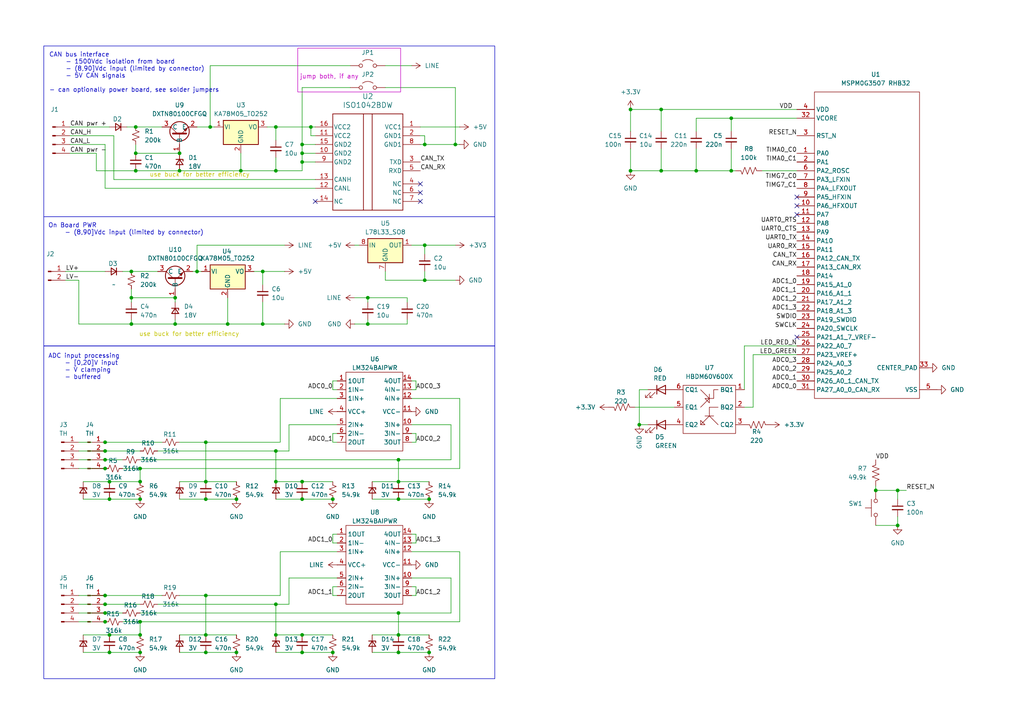
<source format=kicad_sch>
(kicad_sch (version 20250114) (generator "eeschema") (generator_version "9.0")
  (paper "A4")
  (title_block (title "CAN interfaced Sensor") (rev "1") (company "UTA Racing. FSAE") (comment 1 "MCU side ADC's are used. 12b percision"))
  (rectangle (start 86.36 13.97) (end 116.205 26.67) (stroke (width 0) (color 194 0 194 1)))
  (rectangle (start 12.7 100.33) (end 143.51 196.85))
  (rectangle (start 12.7 62.865) (end 143.51 100.33))
  (rectangle (start 12.7 13.335) (end 143.51 62.865))
  (text "CAN bus interface\n	- 1500Vdc isolation from board\n	- (8,90]Vdc input (limited by connector)\n	- 5V CAN signals\n\n- can optionally power board, see solder jumpers" (at 14.224 15.24 0) (effects (font (size 1.27 1.27)) (justify left top)))
  (text "ADC input processing\n	- [0,20]V input\n	- V clamping\n	- buffered" (at 13.97 102.616 0) (effects (font (size 1.27 1.27)) (justify left top)))
  (text "use buck for better efficiency" (at 54.864 97.028 0) (effects (font (size 1.27 1.27))))
  (text "jump both, if any" (at 95.504 22.352 0) (effects (font (size 1.27 1.27))))
  (text "On Board PWR\n	- (8,90]Vdc input (limited by connector)" (at 13.97 64.77 0) (effects (font (size 1.27 1.27)) (justify left top)))
  (text "use buck for better efficiency" (at 57.912 50.8 0) (effects (font (size 1.27 1.27))))
  (junction (at 39.37 49.53))
  (junction (at 68.58 144.78))
  (junction (at 80.01 175.26))
  (junction (at 40.64 144.78))
  (junction (at 191.77 49.53))
  (junction (at 80.01 139.7))
  (junction (at 31.75 139.7))
  (junction (at 80.01 130.81))
  (junction (at 76.2 78.74))
  (junction (at 60.96 36.83))
  (junction (at 30.48 180.34))
  (junction (at 106.68 93.98))
  (junction (at 76.2 93.98))
  (junction (at 201.93 49.53))
  (junction (at 66.04 93.98))
  (junction (at 80.01 36.83))
  (junction (at 191.77 31.75))
  (junction (at 106.68 86.36))
  (junction (at 31.75 184.15))
  (junction (at 39.37 44.45))
  (junction (at 59.69 139.7))
  (junction (at 68.58 189.23))
  (junction (at 40.64 139.7))
  (junction (at 115.57 133.35))
  (junction (at 59.69 189.23))
  (junction (at 115.57 189.23))
  (junction (at 40.64 184.15))
  (junction (at 50.8 93.98))
  (junction (at 87.63 144.78))
  (junction (at 40.64 135.89))
  (junction (at 31.75 144.78))
  (junction (at 254 142.24))
  (junction (at 31.75 189.23))
  (junction (at 87.63 46.99))
  (junction (at 30.48 175.26))
  (junction (at 80.01 184.15))
  (junction (at 40.64 189.23))
  (junction (at 115.57 139.7))
  (junction (at 57.15 78.74))
  (junction (at 115.57 144.78))
  (junction (at 38.1 86.36))
  (junction (at 123.19 41.91))
  (junction (at 185.42 123.19))
  (junction (at 212.09 34.29))
  (junction (at 39.37 36.83))
  (junction (at 182.88 31.75))
  (junction (at 124.46 189.23))
  (junction (at 87.63 184.15))
  (junction (at 30.48 172.72))
  (junction (at 123.19 71.12))
  (junction (at 30.48 135.89))
  (junction (at 80.01 49.53))
  (junction (at 87.63 189.23))
  (junction (at 260.35 142.24))
  (junction (at 182.88 49.53))
  (junction (at 132.08 41.91))
  (junction (at 38.1 78.74))
  (junction (at 96.52 144.78))
  (junction (at 59.69 144.78))
  (junction (at 115.57 184.15))
  (junction (at 90.17 36.83))
  (junction (at 38.1 93.98))
  (junction (at 30.48 133.35))
  (junction (at 52.07 49.53))
  (junction (at 40.64 180.34))
  (junction (at 69.85 49.53))
  (junction (at 124.46 144.78))
  (junction (at 59.69 128.27))
  (junction (at 30.48 177.8))
  (junction (at 30.48 128.27))
  (junction (at 87.63 139.7))
  (junction (at 212.09 49.53))
  (junction (at 87.63 44.45))
  (junction (at 87.63 41.91))
  (junction (at 115.57 177.8))
  (junction (at 59.69 184.15))
  (junction (at 260.35 152.4))
  (junction (at 96.52 189.23))
  (junction (at 50.8 86.36))
  (junction (at 52.07 44.45))
  (junction (at 30.48 130.81))
  (junction (at 123.19 81.28))
  (junction (at 59.69 172.72))
  (no_connect (at 121.92 58.42))
  (no_connect (at 91.44 58.42))
  (no_connect (at 231.14 57.15))
  (no_connect (at 121.92 55.88))
  (no_connect (at 121.92 53.34))
  (no_connect (at 231.14 62.23))
  (no_connect (at 231.14 97.79))
  (no_connect (at 231.14 59.69))
  (wire (pts (xy 22.86 180.34) (xy 30.48 180.34)))
  (wire (pts (xy 119.38 157.48) (xy 120.65 157.48)))
  (wire (pts (xy 38.1 92.71) (xy 38.1 93.98)))
  (wire (pts (xy 40.64 135.89) (xy 133.35 135.89)))
  (wire (pts (xy 118.11 86.36) (xy 118.11 87.63)))
  (wire (pts (xy 201.93 49.53) (xy 201.93 43.18)))
  (wire (pts (xy 20.32 36.83) (xy 31.75 36.83)))
  (wire (pts (xy 38.1 93.98) (xy 50.8 93.98)))
  (wire (pts (xy 76.2 93.98) (xy 76.2 87.63)))
  (wire (pts (xy 31.75 139.7) (xy 40.64 139.7)))
  (wire (pts (xy 39.37 41.91) (xy 39.37 44.45)))
  (wire (pts (xy 115.57 139.7) (xy 124.46 139.7)))
  (wire (pts (xy 59.69 139.7) (xy 68.58 139.7)))
  (wire (pts (xy 52.07 184.15) (xy 59.69 184.15)))
  (wire (pts (xy 57.15 36.83) (xy 60.96 36.83)))
  (wire (pts (xy 87.63 144.78) (xy 96.52 144.78)))
  (wire (pts (xy 218.44 102.87) (xy 218.44 118.11)))
  (wire (pts (xy 80.01 144.78) (xy 87.63 144.78)))
  (wire (pts (xy 90.17 39.37) (xy 91.44 39.37)))
  (wire (pts (xy 83.82 130.81) (xy 83.82 123.19)))
  (wire (pts (xy 107.95 139.7) (xy 115.57 139.7)))
  (wire (pts (xy 254 142.24) (xy 254 140.97)))
  (wire (pts (xy 31.75 189.23) (xy 40.64 189.23)))
  (wire (pts (xy 81.28 115.57) (xy 97.79 115.57)))
  (wire (pts (xy 90.17 36.83) (xy 91.44 36.83)))
  (wire (pts (xy 201.93 34.29) (xy 212.09 34.29)))
  (wire (pts (xy 119.38 125.73) (xy 120.65 125.73)))
  (wire (pts (xy 30.48 133.35) (xy 35.56 133.35)))
  (wire (pts (xy 87.63 44.45) (xy 87.63 41.91)))
  (wire (pts (xy 212.09 43.18) (xy 212.09 49.53)))
  (wire (pts (xy 83.82 167.64) (xy 97.79 167.64)))
  (wire (pts (xy 38.1 78.74) (xy 45.72 78.74)))
  (wire (pts (xy 19.05 78.74) (xy 30.48 78.74)))
  (wire (pts (xy 80.01 45.72) (xy 80.01 49.53)))
  (wire (pts (xy 81.28 160.02) (xy 97.79 160.02)))
  (wire (pts (xy 50.8 87.63) (xy 50.8 86.36)))
  (wire (pts (xy 59.69 128.27) (xy 81.28 128.27)))
  (wire (pts (xy 115.57 189.23) (xy 124.46 189.23)))
  (wire (pts (xy 80.01 130.81) (xy 83.82 130.81)))
  (wire (pts (xy 121.92 36.83) (xy 133.35 36.83)))
  (wire (pts (xy 80.01 130.81) (xy 80.01 139.7)))
  (wire (pts (xy 96.52 157.48) (xy 96.52 154.94)))
  (wire (pts (xy 218.44 102.87) (xy 231.14 102.87)))
  (wire (pts (xy 57.15 78.74) (xy 58.42 78.74)))
  (wire (pts (xy 123.19 71.12) (xy 132.08 71.12)))
  (wire (pts (xy 57.15 71.12) (xy 57.15 78.74)))
  (wire (pts (xy 115.57 177.8) (xy 115.57 184.15)))
  (wire (pts (xy 39.37 36.83) (xy 46.99 36.83)))
  (wire (pts (xy 96.52 125.73) (xy 97.79 125.73)))
  (wire (pts (xy 218.44 118.11) (xy 215.9 118.11)))
  (wire (pts (xy 260.35 142.24) (xy 254 142.24)))
  (wire (pts (xy 30.48 128.27) (xy 46.99 128.27)))
  (wire (pts (xy 66.04 93.98) (xy 76.2 93.98)))
  (wire (pts (xy 120.65 170.18) (xy 120.65 172.72)))
  (wire (pts (xy 40.64 177.8) (xy 115.57 177.8)))
  (wire (pts (xy 118.11 93.98) (xy 106.68 93.98)))
  (wire (pts (xy 35.56 180.34) (xy 40.64 180.34)))
  (wire (pts (xy 87.63 46.99) (xy 87.63 44.45)))
  (wire (pts (xy 87.63 41.91) (xy 87.63 25.4)))
  (wire (pts (xy 81.28 128.27) (xy 81.28 115.57)))
  (wire (pts (xy 115.57 144.78) (xy 124.46 144.78)))
  (wire (pts (xy 96.52 110.49) (xy 97.79 110.49)))
  (wire (pts (xy 97.79 157.48) (xy 96.52 157.48)))
  (wire (pts (xy 107.95 144.78) (xy 115.57 144.78)))
  (wire (pts (xy 45.72 130.81) (xy 80.01 130.81)))
  (wire (pts (xy 87.63 184.15) (xy 96.52 184.15)))
  (wire (pts (xy 262.89 142.24) (xy 260.35 142.24)))
  (wire (pts (xy 118.11 92.71) (xy 118.11 93.98)))
  (wire (pts (xy 52.07 139.7) (xy 59.69 139.7)))
  (wire (pts (xy 80.01 139.7) (xy 87.63 139.7)))
  (wire (pts (xy 97.79 172.72) (xy 96.52 172.72)))
  (wire (pts (xy 123.19 41.91) (xy 132.08 41.91)))
  (wire (pts (xy 50.8 86.36) (xy 38.1 86.36)))
  (wire (pts (xy 27.94 49.53) (xy 39.37 49.53)))
  (wire (pts (xy 182.88 49.53) (xy 191.77 49.53)))
  (wire (pts (xy 59.69 184.15) (xy 68.58 184.15)))
  (wire (pts (xy 90.17 36.83) (xy 90.17 39.37)))
  (wire (pts (xy 107.95 189.23) (xy 115.57 189.23)))
  (wire (pts (xy 35.56 78.74) (xy 38.1 78.74)))
  (wire (pts (xy 97.79 128.27) (xy 96.52 128.27)))
  (wire (pts (xy 182.88 31.75) (xy 182.88 38.1)))
  (wire (pts (xy 30.48 54.61) (xy 91.44 54.61)))
  (wire (pts (xy 73.66 78.74) (xy 76.2 78.74)))
  (wire (pts (xy 55.88 78.74) (xy 57.15 78.74)))
  (wire (pts (xy 120.65 154.94) (xy 119.38 154.94)))
  (wire (pts (xy 107.95 184.15) (xy 115.57 184.15)))
  (wire (pts (xy 201.93 49.53) (xy 212.09 49.53)))
  (wire (pts (xy 106.68 92.71) (xy 106.68 93.98)))
  (wire (pts (xy 80.01 189.23) (xy 87.63 189.23)))
  (wire (pts (xy 182.88 43.18) (xy 182.88 49.53)))
  (wire (pts (xy 130.81 177.8) (xy 130.81 167.64)))
  (wire (pts (xy 76.2 78.74) (xy 76.2 82.55)))
  (wire (pts (xy 80.01 36.83) (xy 90.17 36.83)))
  (wire (pts (xy 40.64 133.35) (xy 115.57 133.35)))
  (wire (pts (xy 191.77 31.75) (xy 191.77 38.1)))
  (wire (pts (xy 31.75 144.78) (xy 40.64 144.78)))
  (wire (pts (xy 52.07 144.78) (xy 59.69 144.78)))
  (wire (pts (xy 82.55 71.12) (xy 57.15 71.12)))
  (wire (pts (xy 130.81 133.35) (xy 130.81 123.19)))
  (wire (pts (xy 27.94 49.53) (xy 27.94 44.45)))
  (wire (pts (xy 133.35 160.02) (xy 119.38 160.02)))
  (wire (pts (xy 33.02 52.07) (xy 33.02 39.37)))
  (wire (pts (xy 30.48 177.8) (xy 35.56 177.8)))
  (wire (pts (xy 120.65 125.73) (xy 120.65 128.27)))
  (wire (pts (xy 123.19 81.28) (xy 111.76 81.28)))
  (wire (pts (xy 83.82 123.19) (xy 97.79 123.19)))
  (wire (pts (xy 87.63 139.7) (xy 96.52 139.7)))
  (wire (pts (xy 254 152.4) (xy 260.35 152.4)))
  (wire (pts (xy 30.48 130.81) (xy 40.64 130.81)))
  (wire (pts (xy 52.07 189.23) (xy 59.69 189.23)))
  (wire (pts (xy 87.63 46.99) (xy 91.44 46.99)))
  (wire (pts (xy 96.52 154.94) (xy 97.79 154.94)))
  (wire (pts (xy 123.19 78.74) (xy 123.19 81.28)))
  (wire (pts (xy 184.15 118.11) (xy 195.58 118.11)))
  (wire (pts (xy 66.04 86.36) (xy 66.04 93.98)))
  (wire (pts (xy 24.13 189.23) (xy 31.75 189.23)))
  (wire (pts (xy 22.86 130.81) (xy 30.48 130.81)))
  (wire (pts (xy 185.42 113.03) (xy 185.42 123.19)))
  (wire (pts (xy 59.69 144.78) (xy 68.58 144.78)))
  (wire (pts (xy 106.68 86.36) (xy 106.68 87.63)))
  (wire (pts (xy 38.1 87.63) (xy 38.1 86.36)))
  (wire (pts (xy 111.76 81.28) (xy 111.76 78.74)))
  (wire (pts (xy 60.96 36.83) (xy 62.23 36.83)))
  (wire (pts (xy 30.48 41.91) (xy 30.48 54.61)))
  (wire (pts (xy 121.92 41.91) (xy 123.19 41.91)))
  (wire (pts (xy 119.38 172.72) (xy 120.65 172.72)))
  (wire (pts (xy 121.92 39.37) (xy 123.19 39.37)))
  (wire (pts (xy 52.07 49.53) (xy 69.85 49.53)))
  (wire (pts (xy 80.01 184.15) (xy 87.63 184.15)))
  (wire (pts (xy 215.9 100.33) (xy 231.14 100.33)))
  (wire (pts (xy 40.64 135.89) (xy 40.64 139.7)))
  (wire (pts (xy 119.38 128.27) (xy 120.65 128.27)))
  (wire (pts (xy 52.07 172.72) (xy 59.69 172.72)))
  (wire (pts (xy 191.77 31.75) (xy 231.14 31.75)))
  (wire (pts (xy 38.1 83.82) (xy 38.1 86.36)))
  (wire (pts (xy 91.44 52.07) (xy 33.02 52.07)))
  (wire (pts (xy 123.19 41.91) (xy 123.19 39.37)))
  (wire (pts (xy 212.09 34.29) (xy 212.09 38.1)))
  (wire (pts (xy 81.28 172.72) (xy 81.28 160.02)))
  (wire (pts (xy 87.63 189.23) (xy 96.52 189.23)))
  (wire (pts (xy 97.79 113.03) (xy 96.52 113.03)))
  (wire (pts (xy 115.57 133.35) (xy 115.57 139.7)))
  (wire (pts (xy 22.86 81.28) (xy 22.86 93.98)))
  (wire (pts (xy 36.83 36.83) (xy 39.37 36.83)))
  (wire (pts (xy 87.63 41.91) (xy 91.44 41.91)))
  (wire (pts (xy 132.08 25.4) (xy 132.08 41.91)))
  (wire (pts (xy 185.42 123.19) (xy 187.96 123.19)))
  (wire (pts (xy 22.86 128.27) (xy 30.48 128.27)))
  (wire (pts (xy 120.65 110.49) (xy 119.38 110.49)))
  (wire (pts (xy 260.35 152.4) (xy 260.35 149.86)))
  (wire (pts (xy 22.86 177.8) (xy 30.48 177.8)))
  (wire (pts (xy 82.55 93.98) (xy 76.2 93.98)))
  (wire (pts (xy 22.86 93.98) (xy 38.1 93.98)))
  (wire (pts (xy 115.57 177.8) (xy 130.81 177.8)))
  (wire (pts (xy 69.85 49.53) (xy 80.01 49.53)))
  (wire (pts (xy 20.32 44.45) (xy 27.94 44.45)))
  (wire (pts (xy 133.35 135.89) (xy 133.35 115.57)))
  (wire (pts (xy 215.9 113.03) (xy 215.9 100.33)))
  (wire (pts (xy 87.63 49.53) (xy 87.63 46.99)))
  (wire (pts (xy 260.35 142.24) (xy 260.35 144.78)))
  (wire (pts (xy 52.07 128.27) (xy 59.69 128.27)))
  (wire (pts (xy 120.65 113.03) (xy 120.65 110.49)))
  (wire (pts (xy 96.52 172.72) (xy 96.52 170.18)))
  (wire (pts (xy 115.57 133.35) (xy 130.81 133.35)))
  (wire (pts (xy 191.77 49.53) (xy 201.93 49.53)))
  (wire (pts (xy 191.77 43.18) (xy 191.77 49.53)))
  (wire (pts (xy 212.09 34.29) (xy 231.14 34.29)))
  (wire (pts (xy 111.76 25.4) (xy 132.08 25.4)))
  (wire (pts (xy 87.63 44.45) (xy 91.44 44.45)))
  (wire (pts (xy 115.57 184.15) (xy 124.46 184.15)))
  (wire (pts (xy 102.87 71.12) (xy 104.14 71.12)))
  (wire (pts (xy 77.47 36.83) (xy 80.01 36.83)))
  (wire (pts (xy 96.52 128.27) (xy 96.52 125.73)))
  (wire (pts (xy 201.93 34.29) (xy 201.93 38.1)))
  (wire (pts (xy 30.48 172.72) (xy 46.99 172.72)))
  (wire (pts (xy 83.82 175.26) (xy 83.82 167.64)))
  (wire (pts (xy 59.69 189.23) (xy 68.58 189.23)))
  (wire (pts (xy 106.68 93.98) (xy 102.87 93.98)))
  (wire (pts (xy 80.01 49.53) (xy 87.63 49.53)))
  (wire (pts (xy 24.13 144.78) (xy 31.75 144.78)))
  (wire (pts (xy 80.01 175.26) (xy 83.82 175.26)))
  (wire (pts (xy 22.86 135.89) (xy 30.48 135.89)))
  (wire (pts (xy 59.69 128.27) (xy 59.69 139.7)))
  (wire (pts (xy 59.69 172.72) (xy 59.69 184.15)))
  (wire (pts (xy 52.07 44.45) (xy 39.37 44.45)))
  (wire (pts (xy 132.08 81.28) (xy 123.19 81.28)))
  (wire (pts (xy 133.35 180.34) (xy 133.35 160.02)))
  (wire (pts (xy 133.35 115.57) (xy 119.38 115.57)))
  (wire (pts (xy 50.8 93.98) (xy 66.04 93.98)))
  (wire (pts (xy 22.86 81.28) (xy 19.05 81.28)))
  (wire (pts (xy 22.86 175.26) (xy 30.48 175.26)))
  (wire (pts (xy 24.13 139.7) (xy 31.75 139.7)))
  (wire (pts (xy 187.96 113.03) (xy 185.42 113.03)))
  (wire (pts (xy 69.85 44.45) (xy 69.85 49.53)))
  (wire (pts (xy 87.63 25.4) (xy 101.6 25.4)))
  (wire (pts (xy 40.64 180.34) (xy 133.35 180.34)))
  (wire (pts (xy 220.98 49.53) (xy 231.14 49.53)))
  (wire (pts (xy 20.32 39.37) (xy 33.02 39.37)))
  (wire (pts (xy 40.64 180.34) (xy 40.64 184.15)))
  (wire (pts (xy 31.75 184.15) (xy 40.64 184.15)))
  (wire (pts (xy 30.48 175.26) (xy 40.64 175.26)))
  (wire (pts (xy 120.65 157.48) (xy 120.65 154.94)))
  (wire (pts (xy 119.38 71.12) (xy 123.19 71.12)))
  (wire (pts (xy 119.38 170.18) (xy 120.65 170.18)))
  (wire (pts (xy 35.56 135.89) (xy 40.64 135.89)))
  (wire (pts (xy 106.68 86.36) (xy 118.11 86.36)))
  (wire (pts (xy 133.35 41.91) (xy 132.08 41.91)))
  (wire (pts (xy 96.52 113.03) (xy 96.52 110.49)))
  (wire (pts (xy 182.88 31.75) (xy 191.77 31.75)))
  (wire (pts (xy 102.87 86.36) (xy 106.68 86.36)))
  (wire (pts (xy 130.81 167.64) (xy 119.38 167.64)))
  (wire (pts (xy 50.8 92.71) (xy 50.8 93.98)))
  (wire (pts (xy 96.52 170.18) (xy 97.79 170.18)))
  (wire (pts (xy 111.76 19.05) (xy 119.38 19.05)))
  (wire (pts (xy 45.72 175.26) (xy 80.01 175.26)))
  (wire (pts (xy 123.19 71.12) (xy 123.19 73.66)))
  (wire (pts (xy 20.32 41.91) (xy 30.48 41.91)))
  (wire (pts (xy 82.55 78.74) (xy 76.2 78.74)))
  (wire (pts (xy 59.69 172.72) (xy 81.28 172.72)))
  (wire (pts (xy 60.96 36.83) (xy 60.96 19.05)))
  (wire (pts (xy 130.81 123.19) (xy 119.38 123.19)))
  (wire (pts (xy 80.01 175.26) (xy 80.01 184.15)))
  (wire (pts (xy 24.13 184.15) (xy 31.75 184.15)))
  (wire (pts (xy 212.09 49.53) (xy 213.36 49.53)))
  (wire (pts (xy 39.37 49.53) (xy 52.07 49.53)))
  (wire (pts (xy 80.01 36.83) (xy 80.01 40.64)))
  (wire (pts (xy 119.38 113.03) (xy 120.65 113.03)))
  (wire (pts (xy 22.86 172.72) (xy 30.48 172.72)))
  (wire (pts (xy 60.96 19.05) (xy 101.6 19.05)))
  (wire (pts (xy 22.86 133.35) (xy 30.48 133.35)))
  (label "ADC0_0" (at 96.52 113.03 180))
  (label "UAR0_RX" (at 231.14 72.39 180))
  (label "LV-" (at 19.05 81.28 0))
  (label "UART0_CTS" (at 231.14 67.31 180))
  (label "VDD" (at 226.06 31.75 0))
  (label "ADC1_3" (at 120.65 157.48 0))
  (label "TIMA0_C0" (at 231.14 44.45 180))
  (label "ADC0_2" (at 120.65 128.27 0))
  (label "TIMG7_C1" (at 231.14 54.61 180))
  (label "ADC1_3" (at 231.14 90.17 180))
  (label "CAN_RX" (at 231.14 77.47 180))
  (label "UART0_TX" (at 231.14 69.85 180))
  (label "ADC0_2" (at 231.14 107.95 180))
  (label "CAN_RX" (at 121.92 49.53 0))
  (label "CAN pwr -" (at 20.32 44.45 0))
  (label "ADC1_0" (at 231.14 82.55 180))
  (label "CAN_H" (at 20.32 39.37 0))
  (label "CAN pwr +" (at 20.32 36.83 0))
  (label "RESET_N" (at 262.89 142.24 0))
  (label "ADC1_1" (at 231.14 85.09 180))
  (label "RESET_N" (at 231.14 39.37 180))
  (label "ADC0_3" (at 231.14 105.41 180))
  (label "ADC1_0" (at 96.52 157.48 180))
  (label "SWCLK" (at 231.14 95.25 180))
  (label "ADC0_1" (at 231.14 110.49 180))
  (label "ADC0_3" (at 120.65 113.03 0))
  (label "ADC1_2" (at 120.65 172.72 0))
  (label "ADC0_0" (at 231.14 113.03 180))
  (label "LED_GREEN" (at 231.14 102.87 180))
  (label "TIMG7_C0" (at 231.14 52.07 180))
  (label "UART0_RTS" (at 231.14 64.77 180))
  (label "ADC1_1" (at 96.52 172.72 180))
  (label "CAN_TX" (at 121.92 46.99 0))
  (label "SWDIO" (at 231.14 92.71 180))
  (label "TIMA0_C1" (at 231.14 46.99 180))
  (label "ADC0_1" (at 96.52 128.27 180))
  (label "LED_RED_N" (at 231.14 100.33 180))
  (label "CAN_TX" (at 231.14 74.93 180))
  (label "CAN_L" (at 20.32 41.91 0))
  (label "VDD" (at 254 133.35 0))
  (label "ADC1_2" (at 231.14 87.63 180))
  (label "LV+" (at 19.05 78.74 0))
  (symbol (lib_id "Device:R_Small_US") (at 43.18 175.26 90) (unit 1)
    (property "Reference" "R18" (at 42.926 172.974 90))
    (property "Value" "316k" (at 43.18 177.8 90))
    (property "Footprint" "Resistor_SMD:R_0805_2012Metric_Pad1.20x1.40mm_HandSolder" (effects (hide yes)))
    (property "Description" "Resistor, small US symbol" (effects (hide yes)))
    (property "mouser" "https://www.mouser.com/ProductDetail/Panasonic/ERA-6AEB3163V?qs=sGAEpiMZZMvdGkrng054txAO1F77ZlZQy6vPe3GPJQM%3D" (effects (hide yes)))
    (property "unit x10" "0.1" (effects (hide yes)))
    (property "unit x1" "0.054" (effects (hide yes)))
  )
  (symbol (lib_id "Device:D_Zener_Small") (at 107.95 142.24 270) (unit 1)
    (property "Reference" "D11" (at 110.49 140.9699 90) (effects (justify left)))
    (property "Value" "3V" (at 110.49 143.5099 90) (effects (justify left)))
    (property "Footprint" "Diode_SMD:D_SOD-123F" (effects (hide yes)))
    (property "Description" "Zener diode, small symbol" (effects (hide yes)))
    (property "mouser" "https://www.mouser.com/ProductDetail/Nexperia/BZT52H-C3V0115?qs=me8TqzrmIYWVs86meYsSGQ%3D%3D" (effects (hide yes)))
    (property "unit x10" "0.144" (effects (hide yes)))
    (property "unit x1" "0.15" (effects (hide yes)))
    (property "specs" "3V, 850mW" (effects (hide yes)))
  )
  (symbol (lib_id "Device:C_Small") (at 123.19 76.2 0) (unit 1)
    (property "Reference" "C2" (at 125.73 74.9362 0) (effects (justify left)))
    (property "Value" "10u" (at 125.73 77.4762 0) (effects (justify left)))
    (property "Footprint" "Capacitor_SMD:C_1206_3216Metric_Pad1.33x1.80mm_HandSolder" (effects (hide yes)))
    (property "Description" "50Vdc, 10%, +125C" (effects (hide yes)))
    (property "mouser" "https://www.mouser.com/ProductDetail/Samsung-Electro-Mechanics/CL31A106KBHNNNE?qs=sGAEpiMZZMsh%252B1woXyUXjxqcB7t9naYpzWmpMbMJIKQ%3D" (effects (hide yes)))
    (property "specs" "10uF, 50VDC, X5R, 10%, -55C, +85C" (effects (hide yes)))
    (property "unit x10" "0.07" (effects (hide yes)))
  )
  (symbol (lib_id "power:GND") (at 271.78 113.03 90) (unit 1)
    (property "Reference" "#PWR01" (effects (hide yes)))
    (property "Value" "GND" (at 275.59 113.0299 90) (effects (justify right)))
    (property "Description" "Power symbol creates a global label with name \"GND\" , ground" (effects (hide yes)))
  )
  (symbol (lib_id "Device:R_Small_US") (at 68.58 142.24 180) (unit 1)
    (property "Reference" "R12" (at 71.12 140.9699 0) (effects (justify right)))
    (property "Value" "54.9k" (at 71.12 143.5099 0) (effects (justify right)))
    (property "Footprint" "Resistor_SMD:R_0805_2012Metric_Pad1.20x1.40mm_HandSolder" (effects (hide yes)))
    (property "Description" "Resistor, small US symbol" (effects (hide yes)))
    (property "mouser" "https://www.mouser.com/ProductDetail/Panasonic/ERA-3AEB5492V?qs=sGAEpiMZZMvdGkrng054txAO1F77ZlZQxK%252Bjcc5nzDM%3D" (effects (hide yes)))
    (property "unit x10" "0.1" (effects (hide yes)))
    (property "unit x1" "0.054" (effects (hide yes)))
  )
  (symbol (lib_id "Connector:Conn_01x04_Pin") (at 15.24 39.37 0) (unit 1)
    (property "Reference" "J1" (at 15.875 31.75 0))
    (property "Value" "Conn_01x04_Pin" (effects (hide yes)))
    (property "Footprint" "Connector_Molex:Molex_Mini-Fit_Jr_5569-04A1_2x02_P4.20mm_Horizontal" (effects (hide yes)))
    (property "Description" "Generic connector, single row, 01x04, script generated" (effects (hide yes)))
    (property "mouser" "https://www.mouser.com/ProductDetail/Molex/39-29-1048?qs=tYx%252BZc2nXqoP3Fg3FBcxYw%3D%3D&srsltid=AfmBOooaBEh4VvRYxvxLXK5gQX9B11b17RR5wOpvtutjZTRklNDS1hRu" (effects (hide yes)))
    (property "mouser2" "https://www.mouser.com/ProductDetail/Molex/39-01-3042?qs=P7cO%252B%252BFDLzQWRNf3rA6t8g%3D%3D" (effects (hide yes)))
  )
  (symbol (lib_id "power:+5V") (at 133.35 36.83 270) (unit 1)
    (property "Reference" "#PWR04" (effects (hide yes)))
    (property "Value" "+5V" (at 137.16 36.8299 90) (effects (justify left)))
    (property "Description" "Power symbol creates a global label with name \"+5V\"" (effects (hide yes)))
  )
  (symbol (lib_id "power:GND") (at 260.35 152.4 0) (mirror y) (unit 1)
    (property "Reference" "#PWR010" (effects (hide yes)))
    (property "Value" "GND" (at 260.35 157.48 0))
    (property "Description" "Power symbol creates a global label with name \"GND\" , ground" (effects (hide yes)))
  )
  (symbol (lib_id "power:+3.3V") (at 223.52 123.19 270) (unit 1)
    (property "Reference" "#PWR014" (effects (hide yes)))
    (property "Value" "+3.3V" (at 227.33 123.1899 90) (effects (justify left)))
    (property "Description" "Power symbol creates a global label with name \"+3.3V\"" (effects (hide yes)))
  )
  (symbol (lib_id "Device:C_Small") (at 31.75 142.24 180) (unit 1)
    (property "Reference" "C9" (at 34.29 140.9635 0) (effects (justify right)))
    (property "Value" "470n" (at 34.29 143.5035 0) (effects (justify right)))
    (property "Footprint" "Capacitor_SMD:C_0805_2012Metric_Pad1.18x1.45mm_HandSolder" (effects (hide yes)))
    (property "Description" "Unpolarized capacitor, small symbol" (effects (hide yes)))
    (property "mouser" "https://www.mouser.com/ProductDetail/Samsung-Electro-Mechanics/CL21B474KBFNNNG?qs=sGAEpiMZZMsh%252B1woXyUXj9g54gsRQVPnM4qBJFNEpIg%3D" (effects (hide yes)))
    (property "unit x10" "0.027" (effects (hide yes)))
    (property "unit x1" "0.1" (effects (hide yes)))
    (property "specs" "470nF, 50V, +-10%, X7R" (effects (hide yes)))
  )
  (symbol (lib_id "Device:C_Small") (at 39.37 46.99 0) (unit 1)
    (property "Reference" "C1" (at 41.91 45.7262 0) (effects (justify left)))
    (property "Value" "470n" (at 41.91 48.2662 0) (effects (justify left)))
    (property "Footprint" "Capacitor_SMD:C_0805_2012Metric_Pad1.18x1.45mm_HandSolder" (effects (hide yes)))
    (property "Description" "Unpolarized capacitor, small symbol" (effects (hide yes)))
    (property "mouser" "https://www.mouser.com/ProductDetail/Samsung-Electro-Mechanics/CL21B474KBFNNNG?qs=sGAEpiMZZMsh%252B1woXyUXj9g54gsRQVPnM4qBJFNEpIg%3D" (effects (hide yes)))
    (property "unit x10" "0.027" (effects (hide yes)))
    (property "unit x1" "0.1" (effects (hide yes)))
    (property "specs" "470nF, 50V, +-10%, X7R" (effects (hide yes)))
  )
  (symbol (lib_id "power:GND") (at 96.52 189.23 0) (unit 1)
    (property "Reference" "#PWR024" (effects (hide yes)))
    (property "Value" "GND" (at 96.52 194.31 0))
    (property "Description" "Power symbol creates a global label with name \"GND\" , ground" (effects (hide yes)))
  )
  (symbol (lib_id "Jumper:Jumper_2_Open") (at 106.68 19.05 0) (unit 1)
    (property "Reference" "JP1" (at 106.68 15.24 0))
    (property "Value" "Jumper_2_Open" (effects (hide yes)))
    (property "Footprint" "Jumper:Jumper_Harwin_S1621_P10.9mm" (effects (hide yes)))
    (property "Description" "Jumper, 2-pole, open" (effects (hide yes)))
  )
  (symbol (lib_id "Device:C_Small") (at 87.63 142.24 180) (unit 1)
    (property "Reference" "C12" (at 90.17 140.9635 0) (effects (justify right)))
    (property "Value" "470n" (at 90.17 143.5035 0) (effects (justify right)))
    (property "Footprint" "Capacitor_SMD:C_0805_2012Metric_Pad1.18x1.45mm_HandSolder" (effects (hide yes)))
    (property "Description" "Unpolarized capacitor, small symbol" (effects (hide yes)))
    (property "mouser" "https://www.mouser.com/ProductDetail/Samsung-Electro-Mechanics/CL21B474KBFNNNG?qs=sGAEpiMZZMsh%252B1woXyUXj9g54gsRQVPnM4qBJFNEpIg%3D" (effects (hide yes)))
    (property "unit x10" "0.027" (effects (hide yes)))
    (property "unit x1" "0.1" (effects (hide yes)))
    (property "specs" "470nF, 50V, +-10%, X7R" (effects (hide yes)))
  )
  (symbol (lib_id "Device:C_Small") (at 59.69 186.69 180) (unit 1)
    (property "Reference" "C16" (at 62.23 185.4135 0) (effects (justify right)))
    (property "Value" "470n" (at 62.23 187.9535 0) (effects (justify right)))
    (property "Footprint" "Capacitor_SMD:C_0805_2012Metric_Pad1.18x1.45mm_HandSolder" (effects (hide yes)))
    (property "Description" "Unpolarized capacitor, small symbol" (effects (hide yes)))
    (property "mouser" "https://www.mouser.com/ProductDetail/Samsung-Electro-Mechanics/CL21B474KBFNNNG?qs=sGAEpiMZZMsh%252B1woXyUXj9g54gsRQVPnM4qBJFNEpIg%3D" (effects (hide yes)))
    (property "unit x10" "0.027" (effects (hide yes)))
    (property "unit x1" "0.1" (effects (hide yes)))
    (property "specs" "470nF, 50V, +-10%, X7R" (effects (hide yes)))
  )
  (symbol (lib_id "power:GND") (at 40.64 189.23 0) (unit 1)
    (property "Reference" "#PWR022" (effects (hide yes)))
    (property "Value" "GND" (at 40.64 194.31 0))
    (property "Description" "Power symbol creates a global label with name \"GND\" , ground" (effects (hide yes)))
  )
  (symbol (lib_id "power:GND") (at 269.24 106.68 90) (unit 1)
    (property "Reference" "#PWR031" (effects (hide yes)))
    (property "Value" "GND" (at 273.05 106.6799 90) (effects (justify right)))
    (property "Description" "Power symbol creates a global label with name \"GND\" , ground" (effects (hide yes)))
  )
  (symbol (lib_id "power:GND") (at 40.64 144.78 0) (unit 1)
    (property "Reference" "#PWR017" (effects (hide yes)))
    (property "Value" "GND" (at 40.64 149.86 0))
    (property "Description" "Power symbol creates a global label with name \"GND\" , ground" (effects (hide yes)))
  )
  (symbol (lib_id "Device:D_Zener_Small") (at 24.13 142.24 270) (unit 1)
    (property "Reference" "D8" (at 26.67 140.9699 90) (effects (justify left)))
    (property "Value" "3V" (at 26.67 143.5099 90) (effects (justify left)))
    (property "Footprint" "Diode_SMD:D_SOD-123F" (effects (hide yes)))
    (property "Description" "Zener diode, small symbol" (effects (hide yes)))
    (property "mouser" "https://www.mouser.com/ProductDetail/Nexperia/BZT52H-C3V0115?qs=me8TqzrmIYWVs86meYsSGQ%3D%3D" (effects (hide yes)))
    (property "unit x10" "0.144" (effects (hide yes)))
    (property "unit x1" "0.15" (effects (hide yes)))
    (property "specs" "3V, 850mW" (effects (hide yes)))
  )
  (symbol (lib_id "power:+5V") (at 102.87 71.12 90) (unit 1)
    (property "Reference" "#PWR08" (effects (hide yes)))
    (property "Value" "+5V" (at 99.06 71.1199 90) (effects (justify left)))
    (property "Description" "Power symbol creates a global label with name \"+5V\"" (effects (hide yes)))
  )
  (symbol (lib_id "Switch:SW_Push") (at 254 147.32 90) (mirror x) (unit 1)
    (property "Reference" "SW1" (at 250.19 146.0499 90) (effects (justify left)))
    (property "Value" "SW_Push" (effects (hide yes)))
    (property "Footprint" "Button_Switch_SMD:SW_SPST_PTS645Sx43SMTR92" (effects (hide yes)))
    (property "Datasheet" "https://www.mouser.com/ProductDetail/Soldered/101111?qs=%252BXxaIXUDbq05T1Vr5nLouw%3D%3D" (effects (hide yes)))
    (property "Description" "Push button switch, generic, two pins" (effects (hide yes)))
    (property "mouser" "https://www.mouser.com/ProductDetail/CK/KSC251J-SP-DELTA-LFS?qs=sGAEpiMZZMtFyPk3yBMYYFTocizRX9VpYSHB0QfEbpY%3D" (effects (hide yes)))
    (property "unit x10" "0.532" (effects (hide yes)))
  )
  (symbol (lib_id "power:GND") (at 96.52 144.78 0) (unit 1)
    (property "Reference" "#PWR020" (effects (hide yes)))
    (property "Value" "GND" (at 96.52 149.86 0))
    (property "Description" "Power symbol creates a global label with name \"GND\" , ground" (effects (hide yes)))
  )
  (symbol (lib_id "Device:D_Zener_Small") (at 107.95 186.69 270) (unit 1)
    (property "Reference" "D14" (at 110.49 185.4199 90) (effects (justify left)))
    (property "Value" "3V" (at 110.49 187.9599 90) (effects (justify left)))
    (property "Footprint" "Diode_SMD:D_SOD-123F" (effects (hide yes)))
    (property "Description" "Zener diode, small symbol" (effects (hide yes)))
    (property "mouser" "https://www.mouser.com/ProductDetail/Nexperia/BZT52H-C3V0115?qs=me8TqzrmIYWVs86meYsSGQ%3D%3D" (effects (hide yes)))
    (property "unit x10" "0.144" (effects (hide yes)))
    (property "unit x1" "0.15" (effects (hide yes)))
    (property "specs" "3V, 850mW" (effects (hide yes)))
  )
  (symbol (lib_id "Device:D_Zener_Small") (at 52.07 142.24 270) (unit 1)
    (property "Reference" "D9" (at 54.61 140.9699 90) (effects (justify left)))
    (property "Value" "3V" (at 54.61 143.5099 90) (effects (justify left)))
    (property "Footprint" "Diode_SMD:D_SOD-123F" (effects (hide yes)))
    (property "Description" "Zener diode, small symbol" (effects (hide yes)))
    (property "mouser" "https://www.mouser.com/ProductDetail/Nexperia/BZT52H-C3V0115?qs=me8TqzrmIYWVs86meYsSGQ%3D%3D" (effects (hide yes)))
    (property "unit x10" "0.144" (effects (hide yes)))
    (property "unit x1" "0.15" (effects (hide yes)))
    (property "specs" "3V, 850mW" (effects (hide yes)))
  )
  (symbol (lib_id "Device:C_Small") (at 212.09 40.64 0) (mirror y) (unit 1)
    (property "Reference" "C5" (at 209.55 39.3762 0) (effects (justify left)))
    (property "Value" "220n" (at 209.55 41.9162 0) (effects (justify left)))
    (property "Footprint" "Capacitor_SMD:C_1206_3216Metric_Pad1.33x1.80mm_HandSolder" (effects (hide yes)))
    (property "Datasheet" "https://www.mouser.com/ProductDetail/Samsung-Electro-Mechanics/CL31B224KBFNNNF?qs=sGAEpiMZZMsh%252B1woXyUXj7iNKXiFkBmw7C%252BUlKpuDJ8%3D" (effects (hide yes)))
    (property "Description" "50Vdc, 10%, +125C" (effects (hide yes)))
    (property "mouser" "https://www.mouser.com/ProductDetail/Samsung-Electro-Mechanics/CL31B224KBFNNNF?qs=sGAEpiMZZMsh%252B1woXyUXj7iNKXiFkBmw7C%252BUlKpuDJ8%3D" (effects (hide yes)))
    (property "specs" "50VDC, X7R, 10%, -55C, +125C, 220nF" (effects (hide yes)))
    (property "unit x10" "0.05" (effects (hide yes)))
  )
  (symbol (lib_id "Device:R_Small_US") (at 96.52 186.69 180) (unit 1)
    (property "Reference" "R21" (at 99.06 185.4199 0) (effects (justify right)))
    (property "Value" "54.9k" (at 99.06 187.9599 0) (effects (justify right)))
    (property "Footprint" "Resistor_SMD:R_0805_2012Metric_Pad1.20x1.40mm_HandSolder" (effects (hide yes)))
    (property "Description" "Resistor, small US symbol" (effects (hide yes)))
    (property "mouser" "https://www.mouser.com/ProductDetail/Panasonic/ERA-3AEB5492V?qs=sGAEpiMZZMvdGkrng054txAO1F77ZlZQxK%252Bjcc5nzDM%3D" (effects (hide yes)))
    (property "unit x10" "0.1" (effects (hide yes)))
    (property "unit x1" "0.054" (effects (hide yes)))
  )
  (symbol (lib_id "Device:R_Small_US") (at 49.53 128.27 90) (unit 1)
    (property "Reference" "R11" (at 49.276 125.984 90))
    (property "Value" "316k" (at 49.53 130.81 90))
    (property "Footprint" "Resistor_SMD:R_0805_2012Metric_Pad1.20x1.40mm_HandSolder" (effects (hide yes)))
    (property "Description" "Resistor, small US symbol" (effects (hide yes)))
    (property "mouser" "https://www.mouser.com/ProductDetail/Panasonic/ERA-6AEB3163V?qs=sGAEpiMZZMvdGkrng054txAO1F77ZlZQy6vPe3GPJQM%3D" (effects (hide yes)))
    (property "unit x10" "0.1" (effects (hide yes)))
    (property "unit x1" "0.054" (effects (hide yes)))
  )
  (symbol (lib_id "Regulator_Linear:L78L33_SO8") (at 111.76 71.12 0) (unit 1)
    (property "Reference" "U5" (at 111.76 64.77 0))
    (property "Value" "L78L33_SO8" (at 111.76 67.31 0))
    (property "Footprint" "Package_SO:SOIC-8_3.9x4.9mm_P1.27mm" (effects (hide yes)))
    (property "Datasheet" "http://www.st.com/content/ccc/resource/technical/document/datasheet/15/55/e5/aa/23/5b/43/fd/CD00000446.pdf/files/CD00000446.pdf/jcr:content/translations/en.CD00000446.pdf" (effects (hide yes)))
    (property "Description" "Positive 100mA 30V Linear Regulator, Fixed Output 3.3V, SO-8" (effects (hide yes)))
    (property "mouser" "https://www.mouser.com/ProductDetail/STMicroelectronics/L78L33CD-TR?qs=aO6VMbqirCUsjDtT40xC6A%3D%3D" (effects (hide yes)))
    (property "unit x10" "0.132" (effects (hide yes)))
    (property "unit x1" "0.18" (effects (hide yes)))
  )
  (symbol (lib_id "Device:R_Small_US") (at 38.1 133.35 90) (unit 1)
    (property "Reference" "R9" (at 37.846 131.064 90))
    (property "Value" "316k" (at 38.1 135.89 90))
    (property "Footprint" "Resistor_SMD:R_0805_2012Metric_Pad1.20x1.40mm_HandSolder" (effects (hide yes)))
    (property "Description" "Resistor, small US symbol" (effects (hide yes)))
    (property "mouser" "https://www.mouser.com/ProductDetail/Panasonic/ERA-6AEB3163V?qs=sGAEpiMZZMvdGkrng054txAO1F77ZlZQy6vPe3GPJQM%3D" (effects (hide yes)))
    (property "unit x10" "0.1" (effects (hide yes)))
    (property "unit x1" "0.054" (effects (hide yes)))
  )
  (symbol (lib_id "Device:C_Small") (at 59.69 142.24 180) (unit 1)
    (property "Reference" "C10" (at 62.23 140.9635 0) (effects (justify right)))
    (property "Value" "470n" (at 62.23 143.5035 0) (effects (justify right)))
    (property "Footprint" "Capacitor_SMD:C_0805_2012Metric_Pad1.18x1.45mm_HandSolder" (effects (hide yes)))
    (property "Description" "Unpolarized capacitor, small symbol" (effects (hide yes)))
    (property "mouser" "https://www.mouser.com/ProductDetail/Samsung-Electro-Mechanics/CL21B474KBFNNNG?qs=sGAEpiMZZMsh%252B1woXyUXj9g54gsRQVPnM4qBJFNEpIg%3D" (effects (hide yes)))
    (property "unit x10" "0.027" (effects (hide yes)))
    (property "unit x1" "0.1" (effects (hide yes)))
    (property "specs" "470nF, 50V, +-10%, X7R" (effects (hide yes)))
  )
  (symbol (lib_id "Connector:Conn_01x02_Pin") (at 13.97 78.74 0) (unit 1)
    (property "Reference" "J2" (at 14.605 73.66 0))
    (property "Value" "Conn_01x02_Pin" (effects (hide yes)))
    (property "Footprint" "Connector_Molex:Molex_Mini-Fit_Jr_5569-02A1_2x01_P4.20mm_Horizontal" (effects (hide yes)))
    (property "Description" "Generic connector, single row, 01x02, script generated" (effects (hide yes)))
    (property "mouser" "https://www.mouser.com/ProductDetail/Molex/39-29-4029?qs=naUSJSqnqcIiem%2FPCwNWkw%3D%3D" (effects (hide yes)))
    (property "mouser2" "https://www.mouser.com/ProductDetail/Molex/39-01-2025?qs=KOdaDPWVOUbvoxKs8YIYmA%3D%3D&srsltid=AfmBOopKf9gcD5SfOEInVi4oTCOHY3r_X_V9hhEA_yjYaWt1StZiqtvg" (effects (hide yes)))
  )
  (symbol (lib_id "Device:C_Small") (at 118.11 90.17 0) (unit 1)
    (property "Reference" "C20" (at 120.65 88.9062 0) (effects (justify left)))
    (property "Value" "470n" (at 120.65 91.4462 0) (effects (justify left)))
    (property "Footprint" "Capacitor_SMD:C_0805_2012Metric_Pad1.18x1.45mm_HandSolder" (effects (hide yes)))
    (property "Description" "Unpolarized capacitor, small symbol" (effects (hide yes)))
    (property "mouser" "https://www.mouser.com/ProductDetail/Samsung-Electro-Mechanics/CL21B474KBFNNNG?qs=sGAEpiMZZMsh%252B1woXyUXj9g54gsRQVPnM4qBJFNEpIg%3D" (effects (hide yes)))
    (property "unit x10" "0.027" (effects (hide yes)))
    (property "unit x1" "0.1" (effects (hide yes)))
    (property "specs" "470nF, 50V, +-10%, X7R" (effects (hide yes)))
  )
  (symbol (lib_id "Device:C_Small") (at 201.93 40.64 0) (mirror y) (unit 1)
    (property "Reference" "C11" (at 199.39 39.3762 0) (effects (justify left)))
    (property "Value" "220n" (at 199.39 41.9162 0) (effects (justify left)))
    (property "Footprint" "Capacitor_SMD:C_1206_3216Metric_Pad1.33x1.80mm_HandSolder" (effects (hide yes)))
    (property "Datasheet" "https://www.mouser.com/ProductDetail/Samsung-Electro-Mechanics/CL31B224KBFNNNF?qs=sGAEpiMZZMsh%252B1woXyUXj7iNKXiFkBmw7C%252BUlKpuDJ8%3D" (effects (hide yes)))
    (property "Description" "50Vdc, 10%, +125C" (effects (hide yes)))
    (property "mouser" "https://www.mouser.com/ProductDetail/Samsung-Electro-Mechanics/CL31B224KBFNNNF?qs=sGAEpiMZZMsh%252B1woXyUXj7iNKXiFkBmw7C%252BUlKpuDJ8%3D" (effects (hide yes)))
    (property "specs" "50VDC, X7R, 10%, -55C, +125C, 220nF" (effects (hide yes)))
    (property "unit x10" "0.05" (effects (hide yes)))
  )
  (symbol (lib_id "power:LINE") (at 97.79 163.83 90) (unit 1)
    (property "Reference" "#PWR025" (effects (hide yes)))
    (property "Value" "LINE" (at 93.98 163.8299 90) (effects (justify left)))
    (property "Description" "Power symbol creates a global label with name \"LINE\"" (effects (hide yes)))
  )
  (symbol (lib_id "Device:R_US") (at 219.71 123.19 90) (mirror x) (unit 1)
    (property "Reference" "R4" (at 219.456 125.222 90))
    (property "Value" "220" (at 219.456 127.762 90))
    (property "Footprint" "Resistor_SMD:R_0805_2012Metric_Pad1.20x1.40mm_HandSolder" (effects (hide yes)))
    (property "Description" "Resistor, US symbol" (effects (hide yes)))
    (property "mouser" "https://www.mouser.com/ProductDetail/Panasonic/ERJ-P06J221V?qs=sGAEpiMZZMvdGkrng054t59%2FMXCyyixetKGpXQ7TwBs%3D" (effects (hide yes)))
    (property "unit x10" "0.038" (effects (hide yes)))
  )
  (symbol (lib_id "power:LINE") (at 82.55 71.12 270) (unit 1)
    (property "Reference" "#PWR012" (effects (hide yes)))
    (property "Value" "LINE" (at 86.36 71.1199 90) (effects (justify left)))
    (property "Description" "Power symbol creates a global label with name \"LINE\"" (effects (hide yes)))
  )
  (symbol (lib_id "Device:R_Small_US") (at 39.37 39.37 0) (unit 1)
    (property "Reference" "R1" (at 41.91 38.0999 0) (effects (justify left)))
    (property "Value" "200k" (at 41.91 40.6399 0) (effects (justify left)))
    (property "Footprint" "Resistor_SMD:R_0805_2012Metric_Pad1.20x1.40mm_HandSolder" (effects (hide yes)))
    (property "Description" "Resistor, small US symbol" (effects (hide yes)))
    (property "mouser" "https://www.mouser.com/ProductDetail/KOA-Speer/RK73H2ATTDD2003F?qs=sGAEpiMZZMtlubZbdhIBIAyoqdA8MvAxN%252BSNgJK1iJE%3D" (effects (hide yes)))
    (property "unit x10" "0.1" (effects (hide yes)))
    (property "unit x1" "0.02" (effects (hide yes)))
    (property "specs " "250mW, 200k, 1%" (effects (hide yes)))
  )
  (symbol (lib_id "Device:LED") (at 191.77 123.19 0) (unit 1)
    (property "Reference" "D5" (at 189.992 126.746 0) (effects (justify left)))
    (property "Value" "GREEN" (at 189.992 129.286 0) (effects (justify left)))
    (property "Footprint" "Diode_SMD:D_0805_2012Metric_Pad1.15x1.40mm_HandSolder" (effects (hide yes)))
    (property "Description" "Light emitting diode" (effects (hide yes)))
    (property "Sim.Pins" "1=K 2=A" (effects (hide yes)))
    (property "mouser" "https://www.mouser.com/ProductDetail/LITEON/LTST-S220GKT?qs=NUb82WqeCyoiEaTE8OXgMg%3D%3D" (effects (hide yes)))
    (property "specs" "20mA, 2.1V, green LED" (effects (hide yes)))
  )
  (symbol (lib_id "Device:R_Small_US") (at 40.64 186.69 180) (unit 1)
    (property "Reference" "R17" (at 43.18 185.4199 0) (effects (justify right)))
    (property "Value" "54.9k" (at 43.18 187.9599 0) (effects (justify right)))
    (property "Footprint" "Resistor_SMD:R_0805_2012Metric_Pad1.20x1.40mm_HandSolder" (effects (hide yes)))
    (property "Description" "Resistor, small US symbol" (effects (hide yes)))
    (property "mouser" "https://www.mouser.com/ProductDetail/Panasonic/ERA-3AEB5492V?qs=sGAEpiMZZMvdGkrng054txAO1F77ZlZQxK%252Bjcc5nzDM%3D" (effects (hide yes)))
    (property "unit x10" "0.1" (effects (hide yes)))
    (property "unit x1" "0.054" (effects (hide yes)))
  )
  (symbol (lib_id "Device:R_US") (at 254 137.16 0) (mirror y) (unit 1)
    (property "Reference" "R7" (at 251.46 135.8899 0) (effects (justify left)))
    (property "Value" "49.9k" (at 251.46 138.4299 0) (effects (justify left)))
    (property "Footprint" "Resistor_SMD:R_1206_3216Metric_Pad1.30x1.75mm_HandSolder" (effects (hide yes)))
    (property "Description" "0.1% , +155C, 255mW, 200V" (effects (hide yes)))
    (property "mouser" "https://www.mouser.com/ProductDetail/SEI-Stackpole/RNCP1206FTD49K9?qs=sGAEpiMZZMtlubZbdhIBIA%252B43obPAL0t%252Bb%2FrZA8g8Pk%3D" (effects (hide yes)))
    (property "specs" "49.9kOhms, 500mW, 1%, 200V, 100PPM, -55C, +155C" (effects (hide yes)))
    (property "unit x10" "0.014" (effects (hide yes)))
  )
  (symbol (lib_id "power:GND") (at 124.46 189.23 0) (unit 1)
    (property "Reference" "#PWR028" (effects (hide yes)))
    (property "Value" "GND" (at 124.46 194.31 0))
    (property "Description" "Power symbol creates a global label with name \"GND\" , ground" (effects (hide yes)))
  )
  (symbol (lib_id "power:GND") (at 82.55 93.98 90) (unit 1)
    (property "Reference" "#PWR02" (effects (hide yes)))
    (property "Value" "GND" (at 86.36 93.9799 90) (effects (justify right)))
    (property "Description" "Power symbol creates a global label with name \"GND\" , ground" (effects (hide yes)))
  )
  (symbol (lib_id "Device:C_Small") (at 115.57 142.24 180) (unit 1)
    (property "Reference" "C13" (at 118.11 140.9635 0) (effects (justify right)))
    (property "Value" "470n" (at 118.11 143.5035 0) (effects (justify right)))
    (property "Footprint" "Capacitor_SMD:C_0805_2012Metric_Pad1.18x1.45mm_HandSolder" (effects (hide yes)))
    (property "Description" "Unpolarized capacitor, small symbol" (effects (hide yes)))
    (property "mouser" "https://www.mouser.com/ProductDetail/Samsung-Electro-Mechanics/CL21B474KBFNNNG?qs=sGAEpiMZZMsh%252B1woXyUXj9g54gsRQVPnM4qBJFNEpIg%3D" (effects (hide yes)))
    (property "unit x10" "0.027" (effects (hide yes)))
    (property "unit x1" "0.1" (effects (hide yes)))
    (property "specs" "470nF, 50V, +-10%, X7R" (effects (hide yes)))
  )
  (symbol (lib_id "Device:R_Small_US") (at 38.1 81.28 0) (unit 1)
    (property "Reference" "R2" (at 40.64 80.0099 0) (effects (justify left)))
    (property "Value" "200k" (at 40.64 82.5499 0) (effects (justify left)))
    (property "Footprint" "Resistor_SMD:R_0805_2012Metric_Pad1.20x1.40mm_HandSolder" (effects (hide yes)))
    (property "Description" "Resistor, small US symbol" (effects (hide yes)))
    (property "mouser" "https://www.mouser.com/ProductDetail/KOA-Speer/RK73H2ATTDD2003F?qs=sGAEpiMZZMtlubZbdhIBIAyoqdA8MvAxN%252BSNgJK1iJE%3D" (effects (hide yes)))
    (property "unit x10" "0.1" (effects (hide yes)))
    (property "unit x1" "0.02" (effects (hide yes)))
    (property "specs " "250mW, 200k, 1%" (effects (hide yes)))
  )
  (symbol (lib_id "Device:R_Small_US") (at 40.64 142.24 180) (unit 1)
    (property "Reference" "R6" (at 43.18 140.9699 0) (effects (justify right)))
    (property "Value" "54.9k" (at 43.18 143.5099 0) (effects (justify right)))
    (property "Footprint" "Resistor_SMD:R_0805_2012Metric_Pad1.20x1.40mm_HandSolder" (effects (hide yes)))
    (property "Description" "Resistor, small US symbol" (effects (hide yes)))
    (property "mouser" "https://www.mouser.com/ProductDetail/Panasonic/ERA-3AEB5492V?qs=sGAEpiMZZMvdGkrng054txAO1F77ZlZQxK%252Bjcc5nzDM%3D" (effects (hide yes)))
    (property "unit x10" "0.1" (effects (hide yes)))
    (property "unit x1" "0.054" (effects (hide yes)))
  )
  (symbol (lib_id "Connector:Conn_01x04_Pin") (at 17.78 130.81 0) (unit 1)
    (property "Reference" "J3" (at 18.415 123.19 0))
    (property "Value" "TH" (at 18.415 125.73 0))
    (property "Footprint" "Diode_THT:Diode_Bridge_19.0x3.5x10.0mm_P5.0mm" (effects (hide yes)))
    (property "Description" "Generic connector, single row, 01x04, script generated" (effects (hide yes)))
    (property "mouser" "https://www.mouser.com/ProductDetail/Phoenix-Contact/1755606?qs=sGAEpiMZZMvPvGwLNS671223n%252Bbd7zZpgpNe7gb3e0w%3D" (effects (hide yes)))
  )
  (symbol (lib_id "Device:D_Zener_Small") (at 80.01 142.24 270) (unit 1)
    (property "Reference" "D10" (at 82.55 140.9699 90) (effects (justify left)))
    (property "Value" "3V" (at 82.55 143.5099 90) (effects (justify left)))
    (property "Footprint" "Diode_SMD:D_SOD-123F" (effects (hide yes)))
    (property "Description" "Zener diode, small symbol" (effects (hide yes)))
    (property "mouser" "https://www.mouser.com/ProductDetail/Nexperia/BZT52H-C3V0115?qs=me8TqzrmIYWVs86meYsSGQ%3D%3D" (effects (hide yes)))
    (property "unit x10" "0.144" (effects (hide yes)))
    (property "unit x1" "0.15" (effects (hide yes)))
    (property "specs" "3V, 850mW" (effects (hide yes)))
  )
  (symbol (lib_id "power:LINE") (at 119.38 19.05 270) (unit 1)
    (property "Reference" "#PWR09" (effects (hide yes)))
    (property "Value" "LINE" (at 123.19 19.0499 90) (effects (justify left)))
    (property "Description" "Power symbol creates a global label with name \"LINE\"" (effects (hide yes)))
  )
  (symbol (lib_id "zzLocalLibrary:MSPM0G3507_RHB32") (at 236.22 26.67 0) (unit 1)
    (property "Reference" "U1" (at 254 21.59 0))
    (property "Value" "MSPM0G3507 RHB32" (at 254 24.13 0))
    (property "Footprint" "Package_DFN_QFN:Texas_RHB0032M_VQFN-32-1EP_5x5mm_P0.5mm_EP2.1x2.1mm" (effects (hide yes)))
    (property "Datasheet" "https://www.ti.com/lit/ds/symlink/mspm0g3507.pdf" (effects (hide yes)))
    (property "Description" "80MHz Cortex-M0+, 128KB flash, 32KB SRAM, 2x4Msps ADC, DAC, 3xCOMP, 2xOPA, CAN-FD, MATHA" (effects (hide yes)))
    (property "mouser" "https://www.mouser.com/ProductDetail/Texas-Instruments/MSPM0G3507SRHBR?qs=ST9lo4GX8V1d82m00wGcog%3D%3D&srsltid=AfmBOopHD0DSEGxMvVcVhmA20mM2wjktcGdga1To8LQX02bCBNJaeu9D" (effects (hide yes)))
    (property "unit x10" "1.41" (effects (hide yes)))
  )
  (symbol (lib_id "Device:C_Small") (at 191.77 40.64 0) (mirror y) (unit 1)
    (property "Reference" "C14" (at 189.23 39.3762 0) (effects (justify left)))
    (property "Value" "10u" (at 189.23 41.9162 0) (effects (justify left)))
    (property "Footprint" "Capacitor_SMD:C_1206_3216Metric_Pad1.33x1.80mm_HandSolder" (effects (hide yes)))
    (property "Description" "50Vdc, 10%, +125C" (effects (hide yes)))
    (property "mouser" "https://www.mouser.com/ProductDetail/Samsung-Electro-Mechanics/CL31A106KBHNNNE?qs=sGAEpiMZZMsh%252B1woXyUXjxqcB7t9naYpzWmpMbMJIKQ%3D" (effects (hide yes)))
    (property "specs" "10uF, 50VDC, X5R, 10%, -55C, +85C" (effects (hide yes)))
    (property "unit x10" "0.07" (effects (hide yes)))
  )
  (symbol (lib_id "Device:D_Zener_Small") (at 52.07 46.99 270) (unit 1)
    (property "Reference" "D1" (at 54.61 45.7199 90) (effects (justify left)))
    (property "Value" "18V" (at 54.61 48.2599 90) (effects (justify left)))
    (property "Footprint" "Diode_SMD:D_SOD-123F" (effects (hide yes)))
    (property "Description" "Zener diode, small symbol" (effects (hide yes)))
    (property "mouser" "https://www.mouser.com/ProductDetail/Nexperia/BZT52H-B18115?qs=A1cBxND5mHIELp%2F27k%252B3RQ%3D%3D" (effects (hide yes)))
    (property "unit x10" "0.066" (effects (hide yes)))
    (property "unit x1" "0.1" (effects (hide yes)))
    (property "specs" "18V, 850mW" (effects (hide yes)))
  )
  (symbol (lib_id "power:GND") (at 133.35 41.91 90) (unit 1)
    (property "Reference" "#PWR03" (effects (hide yes)))
    (property "Value" "GND" (at 137.16 41.9099 90) (effects (justify right)))
    (property "Description" "Power symbol creates a global label with name \"GND\" , ground" (effects (hide yes)))
  )
  (symbol (lib_id "zzLocalLibrary:ISO1042BDW") (at 106.68 50.8 0) (mirror y) (unit 1)
    (property "Reference" "U2" (at 106.68 27.94 0) (effects (font (size 1.524 1.524))))
    (property "Value" "ISO1042BDW" (at 106.68 30.48 0) (effects (font (size 1.524 1.524))))
    (property "Footprint" "zzLocalLibraries-Footprints:DW0016B_M" (effects (hide yes)))
    (property "Datasheet" "https://www.ti.com/lit/gpn/iso1042" (effects (hide yes)))
    (property "mouser" "https://www.mouser.com/ProductDetail/Texas-Instruments/ISO1042QDWRQ1?qs=byeeYqUIh0PFe2yOOyF4fg%3D%3D" (effects (hide yes)))
    (property "unit x10" "3.91" (effects (hide yes)))
    (property "unit x1" "3.99" (effects (hide yes)))
  )
  (symbol (lib_id "zzLocalLibrary:LM324BAIPWR") (at 100.33 152.4 0) (unit 1)
    (property "Reference" "U8" (at 108.712 148.59 0))
    (property "Value" "LM324BAIPWR" (at 108.712 151.13 0))
    (property "Footprint" "Package_SO:TSSOP-14_4.4x5mm_P0.65mm" (effects (hide yes)))
    (property "mouser" "https://www.mouser.com/ProductDetail/Texas-Instruments/LM324BAIPWR?qs=mELouGlnn3fSJluo4nEb%252BQ%3D%3D" (effects (hide yes)))
    (property "unit x10" "0.214" (effects (hide yes)))
    (property "unit x1" "0.31" (effects (hide yes)))
  )
  (symbol (lib_id "Device:C_Small") (at 80.01 43.18 0) (unit 1)
    (property "Reference" "C7" (at 82.55 41.9162 0) (effects (justify left)))
    (property "Value" "10u" (at 82.55 44.4562 0) (effects (justify left)))
    (property "Footprint" "Capacitor_SMD:C_1206_3216Metric_Pad1.33x1.80mm_HandSolder" (effects (hide yes)))
    (property "Description" "50Vdc, 10%, +125C" (effects (hide yes)))
    (property "mouser" "https://www.mouser.com/ProductDetail/Samsung-Electro-Mechanics/CL31A106KBHNNNE?qs=sGAEpiMZZMsh%252B1woXyUXjxqcB7t9naYpzWmpMbMJIKQ%3D" (effects (hide yes)))
    (property "specs" "10uF, 50VDC, X5R, 10%, -55C, +85C" (effects (hide yes)))
    (property "unit x10" "0.07" (effects (hide yes)))
  )
  (symbol (lib_id "Device:C_Small") (at 115.57 186.69 180) (unit 1)
    (property "Reference" "C18" (at 118.11 185.4135 0) (effects (justify right)))
    (property "Value" "470n" (at 118.11 187.9535 0) (effects (justify right)))
    (property "Footprint" "Capacitor_SMD:C_0805_2012Metric_Pad1.18x1.45mm_HandSolder" (effects (hide yes)))
    (property "Description" "Unpolarized capacitor, small symbol" (effects (hide yes)))
    (property "mouser" "https://www.mouser.com/ProductDetail/Samsung-Electro-Mechanics/CL21B474KBFNNNG?qs=sGAEpiMZZMsh%252B1woXyUXj9g54gsRQVPnM4qBJFNEpIg%3D" (effects (hide yes)))
    (property "unit x10" "0.027" (effects (hide yes)))
    (property "unit x1" "0.1" (effects (hide yes)))
    (property "specs" "470nF, 50V, +-10%, X7R" (effects (hide yes)))
  )
  (symbol (lib_id "Device:D_Small") (at 33.02 78.74 180) (unit 1)
    (property "Reference" "D3" (at 32.766 76.454 0))
    (property "Value" "~" (at 33.02 82.55 0))
    (property "Footprint" "Diode_SMD:D_SOD-123" (effects (hide yes)))
    (property "Description" "Diode, small symbol" (effects (hide yes)))
    (property "Sim.Device" "D" (effects (hide yes)))
    (property "Sim.Pins" "1=K 2=A" (effects (hide yes)))
    (property "mouser" "https://www.mouser.com/ProductDetail/onsemi-Fairchild/RS1MFP?qs=sGAEpiMZZMtbRapU8LlZD9E5MbjzCyO9qPwMu5D%252B8Xy6Krdu5vWffw%3D%3D" (effects (hide yes)))
    (property "specs" "1kV, 1.2A" (effects (hide yes)))
  )
  (symbol (lib_id "Device:R_US") (at 180.34 118.11 270) (mirror x) (unit 1)
    (property "Reference" "R3" (at 180.086 113.792 90))
    (property "Value" "220" (at 180.086 116.332 90))
    (property "Footprint" "Resistor_SMD:R_0805_2012Metric_Pad1.20x1.40mm_HandSolder" (effects (hide yes)))
    (property "Description" "Resistor, US symbol" (effects (hide yes)))
    (property "mouser" "https://www.mouser.com/ProductDetail/Panasonic/ERJ-P06J221V?qs=sGAEpiMZZMvdGkrng054t59%2FMXCyyixetKGpXQ7TwBs%3D" (effects (hide yes)))
    (property "unit x10" "0.038" (effects (hide yes)))
  )
  (symbol (lib_id "Device:D_Small") (at 34.29 36.83 180) (unit 1)
    (property "Reference" "D2" (at 34.036 34.544 0))
    (property "Footprint" "Diode_SMD:D_SOD-123" (effects (hide yes)))
    (property "Description" "Diode, small symbol" (effects (hide yes)))
    (property "Sim.Device" "D" (effects (hide yes)))
    (property "Sim.Pins" "1=K 2=A" (effects (hide yes)))
    (property "mouser" "https://www.mouser.com/ProductDetail/onsemi-Fairchild/RS1MFP?qs=sGAEpiMZZMtbRapU8LlZD9E5MbjzCyO9qPwMu5D%252B8Xy6Krdu5vWffw%3D%3D" (effects (hide yes)))
    (property "specs" "1kV, 1.2A" (effects (hide yes)))
  )
  (symbol (lib_id "Device:C_Small") (at 260.35 147.32 0) (unit 1)
    (property "Reference" "C3" (at 262.89 146.0562 0) (effects (justify left)))
    (property "Value" "100n" (at 262.89 148.5962 0) (effects (justify left)))
    (property "Footprint" "Capacitor_SMD:C_1206_3216Metric_Pad1.33x1.80mm_HandSolder" (effects (hide yes)))
    (property "mouser" "https://www.mouser.com/ProductDetail/Walsin/1206B104K251CT?qs=fIkAfuXiAQKkmX5niKUTKw%3D%3D" (effects (hide yes)))
    (property "specs" "100nF, 250VDC, X7R, 10%, -55C, +125C" (effects (hide yes)))
    (property "unit x10" "0.062" (effects (hide yes)))
  )
  (symbol (lib_id "Device:R_Small_US") (at 96.52 142.24 180) (unit 1)
    (property "Reference" "R13" (at 99.06 140.9699 0) (effects (justify right)))
    (property "Value" "54.9k" (at 99.06 143.5099 0) (effects (justify right)))
    (property "Footprint" "Resistor_SMD:R_0805_2012Metric_Pad1.20x1.40mm_HandSolder" (effects (hide yes)))
    (property "Description" "Resistor, small US symbol" (effects (hide yes)))
    (property "mouser" "https://www.mouser.com/ProductDetail/Panasonic/ERA-3AEB5492V?qs=sGAEpiMZZMvdGkrng054txAO1F77ZlZQxK%252Bjcc5nzDM%3D" (effects (hide yes)))
    (property "unit x10" "0.1" (effects (hide yes)))
    (property "unit x1" "0.054" (effects (hide yes)))
  )
  (symbol (lib_id "zzLocalLibrary:LM324BAIPWR") (at 100.33 107.95 0) (unit 1)
    (property "Reference" "U6" (at 108.712 104.14 0))
    (property "Value" "LM324BAIPWR" (at 108.712 106.68 0))
    (property "Footprint" "Package_SO:TSSOP-14_4.4x5mm_P0.65mm" (effects (hide yes)))
    (property "mouser" "https://www.mouser.com/ProductDetail/Texas-Instruments/LM324BAIPWR?qs=mELouGlnn3fSJluo4nEb%252BQ%3D%3D" (effects (hide yes)))
    (property "unit x10" "0.214" (effects (hide yes)))
    (property "unit x1" "0.31" (effects (hide yes)))
  )
  (symbol (lib_id "Device:D_Zener_Small") (at 80.01 186.69 270) (unit 1)
    (property "Reference" "D13" (at 82.55 185.4199 90) (effects (justify left)))
    (property "Value" "3V" (at 82.55 187.9599 90) (effects (justify left)))
    (property "Footprint" "Diode_SMD:D_SOD-123F" (effects (hide yes)))
    (property "Description" "Zener diode, small symbol" (effects (hide yes)))
    (property "mouser" "https://www.mouser.com/ProductDetail/Nexperia/BZT52H-C3V0115?qs=me8TqzrmIYWVs86meYsSGQ%3D%3D" (effects (hide yes)))
    (property "unit x10" "0.144" (effects (hide yes)))
    (property "unit x1" "0.15" (effects (hide yes)))
    (property "specs" "3V, 850mW" (effects (hide yes)))
  )
  (symbol (lib_id "power:LINE") (at 97.79 119.38 90) (unit 1)
    (property "Reference" "#PWR016" (effects (hide yes)))
    (property "Value" "LINE" (at 93.98 119.3799 90) (effects (justify left)))
    (property "Description" "Power symbol creates a global label with name \"LINE\"" (effects (hide yes)))
  )
  (symbol (lib_id "power:+3.3V") (at 182.88 31.75 0) (unit 1)
    (property "Reference" "#PWR027" (effects (hide yes)))
    (property "Value" "+3.3V" (at 182.88 26.67 0))
    (property "Description" "Power symbol creates a global label with name \"+3.3V\"" (effects (hide yes)))
  )
  (symbol (lib_id "zzLocalLibrary:DXTN80100CFGQ") (at 52.07 38.1 90) (unit 1)
    (property "Reference" "U9" (at 52.07 30.48 90))
    (property "Value" "DXTN80100CFGQ" (at 52.07 33.02 90))
    (property "Footprint" "zzLocalLibraries-Footprints:PowerDI3333-8_SWP" (effects (hide yes)))
    (property "mouser" "https://www.mouser.com/ProductDetail/Diodes-Incorporated/DXTN80100CFGQ-7?qs=HMhDvBYWqvOu3hSfIBgZsA%3D%3D" (effects (hide yes)))
    (property "unit x10" "0.356" (effects (hide yes)))
    (property "unit x1" "0.51" (effects (hide yes)))
  )
  (symbol (lib_id "power:GND") (at 185.42 123.19 0) (unit 1)
    (property "Reference" "#PWR013" (effects (hide yes)))
    (property "Value" "GND" (at 185.42 128.27 90))
    (property "Description" "Power symbol creates a global label with name \"GND\" , ground" (effects (hide yes)))
  )
  (symbol (lib_id "Device:C_Small") (at 106.68 90.17 0) (unit 1)
    (property "Reference" "C19" (at 109.22 88.9062 0) (effects (justify left)))
    (property "Value" "10u" (at 109.22 91.4462 0) (effects (justify left)))
    (property "Footprint" "Capacitor_SMD:C_1206_3216Metric_Pad1.33x1.80mm_HandSolder" (effects (hide yes)))
    (property "Description" "50Vdc, 10%, +125C" (effects (hide yes)))
    (property "mouser" "https://www.mouser.com/ProductDetail/Samsung-Electro-Mechanics/CL31A106KBHNNNE?qs=sGAEpiMZZMsh%252B1woXyUXjxqcB7t9naYpzWmpMbMJIKQ%3D" (effects (hide yes)))
    (property "specs" "10uF, 50VDC, X5R, 10%, -55C, +85C" (effects (hide yes)))
    (property "unit x10" "0.07" (effects (hide yes)))
  )
  (symbol (lib_id "Device:C_Small") (at 87.63 186.69 180) (unit 1)
    (property "Reference" "C17" (at 90.17 185.4135 0) (effects (justify right)))
    (property "Value" "470n" (at 90.17 187.9535 0) (effects (justify right)))
    (property "Footprint" "Capacitor_SMD:C_0805_2012Metric_Pad1.18x1.45mm_HandSolder" (effects (hide yes)))
    (property "Description" "Unpolarized capacitor, small symbol" (effects (hide yes)))
    (property "mouser" "https://www.mouser.com/ProductDetail/Samsung-Electro-Mechanics/CL21B474KBFNNNG?qs=sGAEpiMZZMsh%252B1woXyUXj9g54gsRQVPnM4qBJFNEpIg%3D" (effects (hide yes)))
    (property "unit x10" "0.027" (effects (hide yes)))
    (property "unit x1" "0.1" (effects (hide yes)))
    (property "specs" "470nF, 50V, +-10%, X7R" (effects (hide yes)))
  )
  (symbol (lib_id "Regulator_Linear:KA78M05_TO252") (at 69.85 36.83 0) (unit 1)
    (property "Reference" "U3" (at 69.85 30.48 0))
    (property "Value" "KA78M05_TO252" (at 69.85 33.02 0))
    (property "Footprint" "Package_TO_SOT_SMD:TO-252-2" (effects (hide yes)))
    (property "Datasheet" "https://www.onsemi.com/pub/Collateral/MC78M00-D.PDF" (effects (hide yes)))
    (property "Description" "Positive 500mA 35V Linear Regulator, Fixed Output 5V, TO-252 (D-PAK)" (effects (hide yes)))
  )
  (symbol (lib_id "Device:LED") (at 191.77 113.03 0) (unit 1)
    (property "Reference" "D6" (at 189.484 107.188 0) (effects (justify left)))
    (property "Value" "RED" (at 189.484 109.728 0) (effects (justify left)))
    (property "Footprint" "Diode_SMD:D_0805_2012Metric_Pad1.15x1.40mm_HandSolder" (effects (hide yes)))
    (property "Description" "Light emitting diode" (effects (hide yes)))
    (property "Sim.Pins" "1=K 2=A" (effects (hide yes)))
    (property "mouser" "https://www.mouser.com/ProductDetail/LITEON/LTST-S220KRKT?qs=OJGQYwtSA6MkzI4IzyWf3g%3D%3D" (effects (hide yes)))
    (property "specs" "20mA, 2V, red LED" (effects (hide yes)))
  )
  (symbol (lib_id "Device:R_Small_US") (at 124.46 142.24 180) (unit 1)
    (property "Reference" "R14" (at 127 140.9699 0) (effects (justify right)))
    (property "Value" "54.9k" (at 127 143.5099 0) (effects (justify right)))
    (property "Footprint" "Resistor_SMD:R_0805_2012Metric_Pad1.20x1.40mm_HandSolder" (effects (hide yes)))
    (property "Description" "Resistor, small US symbol" (effects (hide yes)))
    (property "mouser" "https://www.mouser.com/ProductDetail/Panasonic/ERA-3AEB5492V?qs=sGAEpiMZZMvdGkrng054txAO1F77ZlZQxK%252Bjcc5nzDM%3D" (effects (hide yes)))
    (property "unit x10" "0.1" (effects (hide yes)))
    (property "unit x1" "0.054" (effects (hide yes)))
  )
  (symbol (lib_id "Device:R_Small_US") (at 38.1 177.8 90) (unit 1)
    (property "Reference" "R16" (at 37.846 175.514 90))
    (property "Value" "316k" (at 38.1 180.34 90))
    (property "Footprint" "Resistor_SMD:R_0805_2012Metric_Pad1.20x1.40mm_HandSolder" (effects (hide yes)))
    (property "Description" "Resistor, small US symbol" (effects (hide yes)))
    (property "mouser" "https://www.mouser.com/ProductDetail/Panasonic/ERA-6AEB3163V?qs=sGAEpiMZZMvdGkrng054txAO1F77ZlZQy6vPe3GPJQM%3D" (effects (hide yes)))
    (property "unit x10" "0.1" (effects (hide yes)))
    (property "unit x1" "0.054" (effects (hide yes)))
  )
  (symbol (lib_id "Device:D_Zener_Small") (at 50.8 90.17 270) (unit 1)
    (property "Reference" "D4" (at 53.34 88.8999 90) (effects (justify left)))
    (property "Value" "18V" (at 53.34 91.4399 90) (effects (justify left)))
    (property "Footprint" "Diode_SMD:D_SOD-123F" (effects (hide yes)))
    (property "Description" "Zener diode, small symbol" (effects (hide yes)))
    (property "mouser" "https://www.mouser.com/ProductDetail/Nexperia/BZT52H-B18115?qs=A1cBxND5mHIELp%2F27k%252B3RQ%3D%3D" (effects (hide yes)))
    (property "unit x10" "0.066" (effects (hide yes)))
    (property "unit x1" "0.1" (effects (hide yes)))
    (property "specs" "18V, 850mW" (effects (hide yes)))
  )
  (symbol (lib_id "Device:C_Small") (at 182.88 40.64 0) (mirror y) (unit 1)
    (property "Reference" "C15" (at 180.34 39.3762 0) (effects (justify left)))
    (property "Value" "100n" (at 180.34 41.9162 0) (effects (justify left)))
    (property "Footprint" "Capacitor_SMD:C_1206_3216Metric_Pad1.33x1.80mm_HandSolder" (effects (hide yes)))
    (property "Description" "50Vdc, 10%, +125C" (effects (hide yes)))
    (property "mouser" "https://www.mouser.com/ProductDetail/Walsin/1206B104K251CT?qs=fIkAfuXiAQKkmX5niKUTKw%3D%3D" (effects (hide yes)))
    (property "specs" "100nF, 250VDC, X7R, 10%, -55C, +125C" (effects (hide yes)))
    (property "unit x10" "0.062" (effects (hide yes)))
  )
  (symbol (lib_id "power:+3V3") (at 132.08 71.12 270) (unit 1)
    (property "Reference" "#PWR06" (effects (hide yes)))
    (property "Value" "+3V3" (at 135.89 71.1199 90) (effects (justify left)))
    (property "Description" "Power symbol creates a global label with name \"+3V3\"" (effects (hide yes)))
  )
  (symbol (lib_id "power:GND") (at 68.58 144.78 0) (unit 1)
    (property "Reference" "#PWR019" (effects (hide yes)))
    (property "Value" "GND" (at 68.58 149.86 0))
    (property "Description" "Power symbol creates a global label with name \"GND\" , ground" (effects (hide yes)))
  )
  (symbol (lib_id "zzLocalLibrary:DXTN80100CFGQ") (at 50.8 80.01 90) (unit 1)
    (property "Reference" "U10" (at 50.8 72.39 90))
    (property "Value" "DXTN80100CFGQ" (at 50.8 74.93 90))
    (property "Footprint" "zzLocalLibraries-Footprints:PowerDI3333-8_SWP" (effects (hide yes)))
    (property "mouser" "https://www.mouser.com/ProductDetail/Diodes-Incorporated/DXTN80100CFGQ-7?qs=HMhDvBYWqvOu3hSfIBgZsA%3D%3D" (effects (hide yes)))
    (property "unit x10" "0.356" (effects (hide yes)))
    (property "unit x1" "0.51" (effects (hide yes)))
  )
  (symbol (lib_id "power:GND") (at 119.38 119.38 90) (unit 1)
    (property "Reference" "#PWR018" (effects (hide yes)))
    (property "Value" "GND" (at 123.19 119.3799 90) (effects (justify right)))
    (property "Description" "Power symbol creates a global label with name \"GND\" , ground" (effects (hide yes)))
  )
  (symbol (lib_id "Regulator_Linear:KA78M05_TO252") (at 66.04 78.74 0) (unit 1)
    (property "Reference" "U4" (at 65.786 72.898 0))
    (property "Value" "KA78M05_TO252" (at 66.04 74.93 0))
    (property "Footprint" "Package_TO_SOT_SMD:TO-252-2" (effects (hide yes)))
    (property "Datasheet" "https://www.onsemi.com/pub/Collateral/MC78M00-D.PDF" (effects (hide yes)))
    (property "Description" "Positive 500mA 35V Linear Regulator, Fixed Output 5V, TO-252 (D-PAK)" (effects (hide yes)))
  )
  (symbol (lib_id "power:GND") (at 132.08 81.28 90) (unit 1)
    (property "Reference" "#PWR07" (effects (hide yes)))
    (property "Value" "GND" (at 135.89 81.2799 90) (effects (justify right)))
    (property "Description" "Power symbol creates a global label with name \"GND\" , ground" (effects (hide yes)))
  )
  (symbol (lib_id "power:GND") (at 119.38 163.83 90) (unit 1)
    (property "Reference" "#PWR026" (effects (hide yes)))
    (property "Value" "GND" (at 123.19 163.8299 90) (effects (justify right)))
    (property "Description" "Power symbol creates a global label with name \"GND\" , ground" (effects (hide yes)))
  )
  (symbol (lib_id "Jumper:Jumper_2_Open") (at 106.68 25.4 0) (unit 1)
    (property "Reference" "JP2" (at 106.68 21.59 0))
    (property "Value" "Jumper_2_Open" (effects (hide yes)))
    (property "Footprint" "Jumper:Jumper_Harwin_S1621_P10.9mm" (effects (hide yes)))
    (property "Description" "Jumper, 2-pole, open" (effects (hide yes)))
  )
  (symbol (lib_id "power:GND") (at 68.58 189.23 0) (unit 1)
    (property "Reference" "#PWR023" (effects (hide yes)))
    (property "Value" "GND" (at 68.58 194.31 0))
    (property "Description" "Power symbol creates a global label with name \"GND\" , ground" (effects (hide yes)))
  )
  (symbol (lib_id "Device:D_Zener_Small") (at 24.13 186.69 270) (unit 1)
    (property "Reference" "D7" (at 26.67 185.4199 90) (effects (justify left)))
    (property "Value" "3V" (at 26.67 187.9599 90) (effects (justify left)))
    (property "Footprint" "Diode_SMD:D_SOD-123F" (effects (hide yes)))
    (property "Description" "Zener diode, small symbol" (effects (hide yes)))
    (property "mouser" "https://www.mouser.com/ProductDetail/Nexperia/BZT52H-C3V0115?qs=me8TqzrmIYWVs86meYsSGQ%3D%3D" (effects (hide yes)))
    (property "unit x10" "0.144" (effects (hide yes)))
    (property "unit x1" "0.15" (effects (hide yes)))
    (property "specs" "3V, 850mW" (effects (hide yes)))
  )
  (symbol (lib_id "Device:R_Small_US") (at 33.02 180.34 90) (unit 1)
    (property "Reference" "R15" (at 32.766 178.054 90))
    (property "Value" "316k" (at 33.02 182.88 90))
    (property "Footprint" "Resistor_SMD:R_0805_2012Metric_Pad1.20x1.40mm_HandSolder" (effects (hide yes)))
    (property "Description" "Resistor, small US symbol" (effects (hide yes)))
    (property "mouser" "https://www.mouser.com/ProductDetail/Panasonic/ERA-6AEB3163V?qs=sGAEpiMZZMvdGkrng054txAO1F77ZlZQy6vPe3GPJQM%3D" (effects (hide yes)))
    (property "unit x10" "0.1" (effects (hide yes)))
    (property "unit x1" "0.054" (effects (hide yes)))
  )
  (symbol (lib_id "zzLocalLibrary:HBDM60V600X") (at 213.36 110.49 0) (mirror y) (unit 1)
    (property "Reference" "U7" (at 205.74 106.68 0))
    (property "Value" "HBDM60V600X" (at 205.74 109.22 0))
    (property "Footprint" "Package_TO_SOT_SMD:SOT-363_SC-70-6_Handsoldering" (effects (hide yes)))
    (property "mouser" "https://www.mouser.com/ProductDetail/Diodes-Incorporated/HBDM60V600X-7?qs=doiCPypUmgHAlny9AZ6%2FDQ%3D%3D" (effects (hide yes)))
    (property "unit x10" "0.367" (effects (hide yes)))
    (property "unit x1" "0.60" (effects (hide yes)))
  )
  (symbol (lib_id "Device:C_Small") (at 76.2 85.09 0) (unit 1)
    (property "Reference" "C6" (at 78.74 83.8262 0) (effects (justify left)))
    (property "Value" "10u" (at 78.74 86.3662 0) (effects (justify left)))
    (property "Footprint" "Capacitor_SMD:C_1206_3216Metric_Pad1.33x1.80mm_HandSolder" (effects (hide yes)))
    (property "Description" "50Vdc, 10%, +125C" (effects (hide yes)))
    (property "mouser" "https://www.mouser.com/ProductDetail/Samsung-Electro-Mechanics/CL31A106KBHNNNE?qs=sGAEpiMZZMsh%252B1woXyUXjxqcB7t9naYpzWmpMbMJIKQ%3D" (effects (hide yes)))
    (property "specs" "10uF, 50VDC, X5R, 10%, -55C, +85C" (effects (hide yes)))
    (property "unit x10" "0.07" (effects (hide yes)))
  )
  (symbol (lib_id "power:LINE") (at 102.87 86.36 90) (unit 1)
    (property "Reference" "#PWR029" (effects (hide yes)))
    (property "Value" "LINE" (at 99.06 86.3599 90) (effects (justify left)))
    (property "Description" "Power symbol creates a global label with name \"LINE\"" (effects (hide yes)))
  )
  (symbol (lib_id "Device:R_Small_US") (at 68.58 186.69 180) (unit 1)
    (property "Reference" "R20" (at 71.12 185.4199 0) (effects (justify right)))
    (property "Value" "54.9k" (at 71.12 187.9599 0) (effects (justify right)))
    (property "Footprint" "Resistor_SMD:R_0805_2012Metric_Pad1.20x1.40mm_HandSolder" (effects (hide yes)))
    (property "Description" "Resistor, small US symbol" (effects (hide yes)))
    (property "mouser" "https://www.mouser.com/ProductDetail/Panasonic/ERA-3AEB5492V?qs=sGAEpiMZZMvdGkrng054txAO1F77ZlZQxK%252Bjcc5nzDM%3D" (effects (hide yes)))
    (property "unit x10" "0.1" (effects (hide yes)))
    (property "unit x1" "0.054" (effects (hide yes)))
  )
  (symbol (lib_id "Device:C_Small") (at 31.75 186.69 180) (unit 1)
    (property "Reference" "C8" (at 34.29 185.4135 0) (effects (justify right)))
    (property "Value" "470n" (at 34.29 187.9535 0) (effects (justify right)))
    (property "Footprint" "Capacitor_SMD:C_0805_2012Metric_Pad1.18x1.45mm_HandSolder" (effects (hide yes)))
    (property "Description" "Unpolarized capacitor, small symbol" (effects (hide yes)))
    (property "mouser" "https://www.mouser.com/ProductDetail/Samsung-Electro-Mechanics/CL21B474KBFNNNG?qs=sGAEpiMZZMsh%252B1woXyUXj9g54gsRQVPnM4qBJFNEpIg%3D" (effects (hide yes)))
    (property "unit x10" "0.027" (effects (hide yes)))
    (property "unit x1" "0.1" (effects (hide yes)))
    (property "specs" "470nF, 50V, +-10%, X7R" (effects (hide yes)))
  )
  (symbol (lib_id "power:GND") (at 124.46 144.78 0) (unit 1)
    (property "Reference" "#PWR021" (effects (hide yes)))
    (property "Value" "GND" (at 124.46 149.86 0))
    (property "Description" "Power symbol creates a global label with name \"GND\" , ground" (effects (hide yes)))
  )
  (symbol (lib_id "Device:D_Zener_Small") (at 52.07 186.69 270) (unit 1)
    (property "Reference" "D12" (at 54.61 185.4199 90) (effects (justify left)))
    (property "Value" "3V" (at 54.61 187.9599 90) (effects (justify left)))
    (property "Footprint" "Diode_SMD:D_SOD-123F" (effects (hide yes)))
    (property "Description" "Zener diode, small symbol" (effects (hide yes)))
    (property "mouser" "https://www.mouser.com/ProductDetail/Nexperia/BZT52H-C3V0115?qs=me8TqzrmIYWVs86meYsSGQ%3D%3D" (effects (hide yes)))
    (property "unit x10" "0.144" (effects (hide yes)))
    (property "unit x1" "0.15" (effects (hide yes)))
    (property "specs" "3V, 850mW" (effects (hide yes)))
  )
  (symbol (lib_id "power:+3.3V") (at 176.53 118.11 90) (unit 1)
    (property "Reference" "#PWR015" (effects (hide yes)))
    (property "Value" "+3.3V" (at 172.72 118.1099 90) (effects (justify left)))
    (property "Description" "Power symbol creates a global label with name \"+3.3V\"" (effects (hide yes)))
  )
  (symbol (lib_id "Device:C_Small") (at 38.1 90.17 0) (unit 1)
    (property "Reference" "C4" (at 40.64 88.9062 0) (effects (justify left)))
    (property "Value" "470n" (at 40.64 91.4462 0) (effects (justify left)))
    (property "Footprint" "Capacitor_SMD:C_0805_2012Metric_Pad1.18x1.45mm_HandSolder" (effects (hide yes)))
    (property "Description" "Unpolarized capacitor, small symbol" (effects (hide yes)))
    (property "mouser" "https://www.mouser.com/ProductDetail/Samsung-Electro-Mechanics/CL21B474KBFNNNG?qs=sGAEpiMZZMsh%252B1woXyUXj9g54gsRQVPnM4qBJFNEpIg%3D" (effects (hide yes)))
    (property "unit x10" "0.027" (effects (hide yes)))
    (property "unit x1" "0.1" (effects (hide yes)))
    (property "specs" "470nF, 50V, +-10%, X7R" (effects (hide yes)))
  )
  (symbol (lib_id "Device:R_Small_US") (at 43.18 130.81 90) (unit 1)
    (property "Reference" "R10" (at 42.926 128.524 90))
    (property "Value" "316k" (at 43.18 133.35 90))
    (property "Footprint" "Resistor_SMD:R_0805_2012Metric_Pad1.20x1.40mm_HandSolder" (effects (hide yes)))
    (property "Description" "Resistor, small US symbol" (effects (hide yes)))
    (property "mouser" "https://www.mouser.com/ProductDetail/Panasonic/ERA-6AEB3163V?qs=sGAEpiMZZMvdGkrng054txAO1F77ZlZQy6vPe3GPJQM%3D" (effects (hide yes)))
    (property "unit x10" "0.1" (effects (hide yes)))
    (property "unit x1" "0.054" (effects (hide yes)))
  )
  (symbol (lib_id "Device:R_Small_US") (at 124.46 186.69 180) (unit 1)
    (property "Reference" "R22" (at 127 185.4199 0) (effects (justify right)))
    (property "Value" "54.9k" (at 127 187.9599 0) (effects (justify right)))
    (property "Footprint" "Resistor_SMD:R_0805_2012Metric_Pad1.20x1.40mm_HandSolder" (effects (hide yes)))
    (property "Description" "Resistor, small US symbol" (effects (hide yes)))
    (property "mouser" "https://www.mouser.com/ProductDetail/Panasonic/ERA-3AEB5492V?qs=sGAEpiMZZMvdGkrng054txAO1F77ZlZQxK%252Bjcc5nzDM%3D" (effects (hide yes)))
    (property "unit x10" "0.1" (effects (hide yes)))
    (property "unit x1" "0.054" (effects (hide yes)))
  )
  (symbol (lib_id "Device:R_Small_US") (at 49.53 172.72 90) (unit 1)
    (property "Reference" "R19" (at 49.276 170.434 90))
    (property "Value" "316k" (at 49.53 175.26 90))
    (property "Footprint" "Resistor_SMD:R_0805_2012Metric_Pad1.20x1.40mm_HandSolder" (effects (hide yes)))
    (property "Description" "Resistor, small US symbol" (effects (hide yes)))
    (property "mouser" "https://www.mouser.com/ProductDetail/Panasonic/ERA-6AEB3163V?qs=sGAEpiMZZMvdGkrng054txAO1F77ZlZQy6vPe3GPJQM%3D" (effects (hide yes)))
    (property "unit x10" "0.1" (effects (hide yes)))
    (property "unit x1" "0.054" (effects (hide yes)))
  )
  (symbol (lib_id "Connector:Conn_01x04_Pin") (at 25.4 175.26 0) (unit 1)
    (property "Reference" "J6" (at 26.035 167.64 0))
    (property "Value" "TH" (at 26.035 170.18 0))
    (property "Footprint" "TerminalBlock:TerminalBlock_MaiXu_MX126-5.0-04P_1x04_P5.00mm" (effects (hide yes)))
    (property "Description" "Generic connector, single row, 01x04, script generated" (effects (hide yes)))
    (property "mouser" "https://www.mouser.com/ProductDetail/Phoenix-Contact/1755606?qs=sGAEpiMZZMvPvGwLNS671223n%252Bbd7zZpgpNe7gb3e0w%3D" (effects (hide yes)))
  )
  (symbol (lib_id "Device:R_Small_US") (at 33.02 135.89 90) (unit 1)
    (property "Reference" "R5" (at 32.766 133.604 90))
    (property "Value" "316k" (at 33.02 138.43 90))
    (property "Footprint" "Resistor_SMD:R_0805_2012Metric_Pad1.20x1.40mm_HandSolder" (effects (hide yes)))
    (property "Description" "Resistor, small US symbol" (effects (hide yes)))
    (property "mouser" "https://www.mouser.com/ProductDetail/Panasonic/ERA-6AEB3163V?qs=sGAEpiMZZMvdGkrng054txAO1F77ZlZQy6vPe3GPJQM%3D" (effects (hide yes)))
    (property "unit x10" "0.1" (effects (hide yes)))
    (property "unit x1" "0.054" (effects (hide yes)))
  )
  (symbol (lib_id "Connector:Conn_01x04_Pin") (at 25.4 130.81 0) (unit 1)
    (property "Reference" "J4" (at 26.035 123.19 0))
    (property "Value" "TH" (at 26.035 125.73 0))
    (property "Footprint" "TerminalBlock:TerminalBlock_MaiXu_MX126-5.0-04P_1x04_P5.00mm" (effects (hide yes)))
    (property "Description" "Generic connector, single row, 01x04, script generated" (effects (hide yes)))
    (property "mouser" "https://www.mouser.com/ProductDetail/Phoenix-Contact/1755606?qs=sGAEpiMZZMvPvGwLNS671223n%252Bbd7zZpgpNe7gb3e0w%3D" (effects (hide yes)))
  )
  (symbol (lib_id "Connector:Conn_01x04_Pin") (at 17.78 175.26 0) (unit 1)
    (property "Reference" "J5" (at 18.415 167.64 0))
    (property "Value" "TH" (at 18.415 170.18 0))
    (property "Footprint" "Diode_THT:Diode_Bridge_19.0x3.5x10.0mm_P5.0mm" (effects (hide yes)))
    (property "Description" "Generic connector, single row, 01x04, script generated" (effects (hide yes)))
    (property "mouser" "https://www.mouser.com/ProductDetail/Phoenix-Contact/1755606?qs=sGAEpiMZZMvPvGwLNS671223n%252Bbd7zZpgpNe7gb3e0w%3D" (effects (hide yes)))
  )
  (symbol (lib_id "Device:R_US") (at 217.17 49.53 90) (mirror x) (unit 1)
    (property "Reference" "R8" (at 217.17 43.18 90))
    (property "Value" "100k" (at 217.17 45.72 90))
    (property "Footprint" "Resistor_SMD:R_1206_3216Metric_Pad1.30x1.75mm_HandSolder" (effects (hide yes)))
    (property "Datasheet" "https://www.mouser.com/ProductDetail/Bourns/CHV1206-FX-1003EST?qs=QNEnbhJQKvb7tN9X9nEnDA%3D%3D" (effects (hide yes)))
    (property "Description" "Resistor, US symbol" (effects (hide yes)))
    (property "mouser" "https://www.mouser.com/ProductDetail/Bourns/CHV1206-FX-1003EST?qs=QNEnbhJQKvb7tN9X9nEnDA%3D%3D" (effects (hide yes)))
    (property "specs" "100kOhm, 800V, 250mW, 100PPM, 1%, -55C, 155C" (effects (hide yes)))
    (property "unit x10" "0.083" (effects (hide yes)))
  )
  (symbol (lib_id "power:GND") (at 182.88 49.53 0) (unit 1)
    (property "Reference" "#PWR011" (effects (hide yes)))
    (property "Value" "GND" (at 182.88 54.61 0))
    (property "Description" "Power symbol creates a global label with name \"GND\" , ground" (effects (hide yes)))
  )
  (symbol (lib_id "power:+5V") (at 82.55 78.74 270) (unit 1)
    (property "Reference" "#PWR05" (effects (hide yes)))
    (property "Value" "+5V" (at 86.36 78.7399 90) (effects (justify left)))
    (property "Description" "Power symbol creates a global label with name \"+5V\"" (effects (hide yes)))
  )
  (symbol (lib_id "power:GND") (at 102.87 93.98 270) (unit 1)
    (property "Reference" "#PWR030" (effects (hide yes)))
    (property "Value" "GND" (at 99.06 93.9799 90) (effects (justify right)))
    (property "Description" "Power symbol creates a global label with name \"GND\" , ground" (effects (hide yes)))
  )
)
</source>
